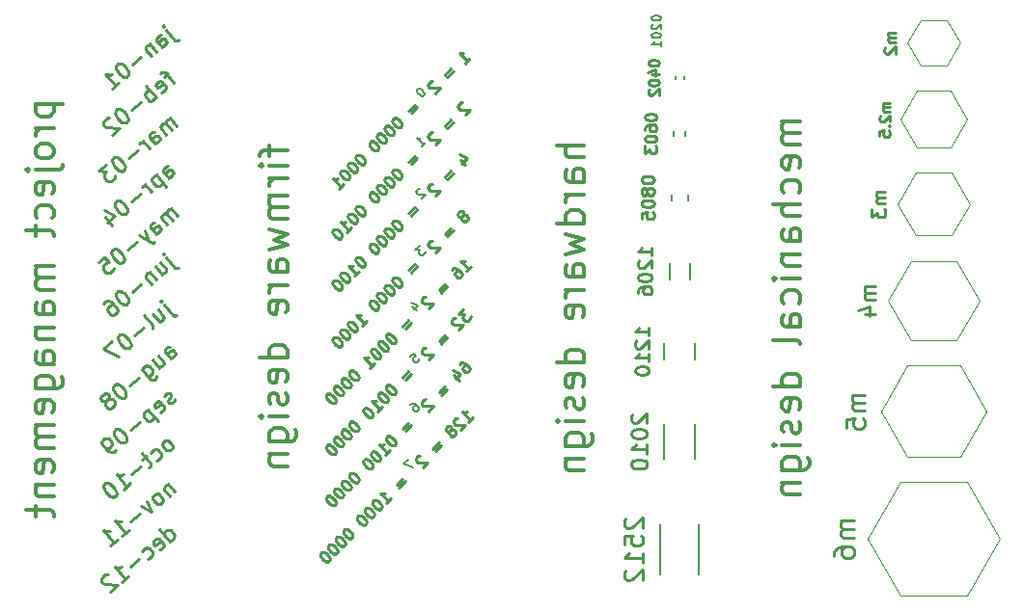
<source format=gbr>
%TF.GenerationSoftware,KiCad,Pcbnew,(6.0.0)*%
%TF.CreationDate,2022-07-14T20:59:07+12:00*%
%TF.ProjectId,BUSINESS_CARD,42555349-4e45-4535-935f-434152442e6b,0A*%
%TF.SameCoordinates,Original*%
%TF.FileFunction,Legend,Bot*%
%TF.FilePolarity,Positive*%
%FSLAX46Y46*%
G04 Gerber Fmt 4.6, Leading zero omitted, Abs format (unit mm)*
G04 Created by KiCad (PCBNEW (6.0.0)) date 2022-07-14 20:59:07*
%MOMM*%
%LPD*%
G01*
G04 APERTURE LIST*
%ADD10C,0.160000*%
%ADD11C,0.250000*%
%ADD12C,0.225000*%
%ADD13C,0.350000*%
%ADD14C,0.200000*%
%ADD15C,0.120000*%
%ADD16C,0.150000*%
G04 APERTURE END LIST*
D10*
X191648781Y-163331658D02*
X191271658Y-163708781D01*
X192079780Y-164032030D01*
X191860470Y-158547969D02*
X191968219Y-158440219D01*
X192049032Y-158413282D01*
X192102906Y-158413282D01*
X192237593Y-158440219D01*
X192372280Y-158521032D01*
X192587780Y-158736531D01*
X192614717Y-158817343D01*
X192614717Y-158871218D01*
X192587780Y-158952030D01*
X192480030Y-159059780D01*
X192399218Y-159086717D01*
X192345343Y-159086717D01*
X192264531Y-159059780D01*
X192129844Y-158925093D01*
X192102906Y-158844280D01*
X192102906Y-158790406D01*
X192129844Y-158709593D01*
X192237593Y-158601844D01*
X192318406Y-158574906D01*
X192372280Y-158574906D01*
X192453093Y-158601844D01*
X191833532Y-154256906D02*
X192102906Y-153987532D01*
X192399218Y-154229969D01*
X192345343Y-154229969D01*
X192264531Y-154256906D01*
X192129844Y-154391593D01*
X192102906Y-154472406D01*
X192102906Y-154526280D01*
X192129844Y-154607093D01*
X192264531Y-154741780D01*
X192345343Y-154768717D01*
X192399218Y-154768717D01*
X192480030Y-154741780D01*
X192614717Y-154607093D01*
X192641654Y-154526280D01*
X192641654Y-154472406D01*
X192049032Y-149846531D02*
X192426155Y-150223654D01*
X191968219Y-149496345D02*
X192506967Y-149765719D01*
X192156781Y-150115905D01*
X192664781Y-144535658D02*
X192314595Y-144885844D01*
X192718656Y-144912781D01*
X192637844Y-144993593D01*
X192610906Y-145074406D01*
X192610906Y-145128280D01*
X192637844Y-145209093D01*
X192772531Y-145343780D01*
X192853343Y-145370717D01*
X192907218Y-145370717D01*
X192988030Y-145343780D01*
X193149654Y-145182155D01*
X193176592Y-145101343D01*
X193176592Y-145047468D01*
X192691719Y-139536470D02*
X192637844Y-139536470D01*
X192557032Y-139563407D01*
X192422345Y-139698094D01*
X192395407Y-139778906D01*
X192395407Y-139832781D01*
X192422345Y-139913593D01*
X192476219Y-139967468D01*
X192583969Y-140021343D01*
X193230467Y-140021343D01*
X192880280Y-140371529D01*
X192880280Y-135799529D02*
X193203529Y-135476280D01*
X193041905Y-135637905D02*
X192476219Y-135072219D01*
X192610906Y-135099157D01*
X192718656Y-135099157D01*
X192799468Y-135072219D01*
X192503157Y-130727282D02*
X192449282Y-130781157D01*
X192422345Y-130861969D01*
X192422345Y-130915844D01*
X192449282Y-130996656D01*
X192530094Y-131131343D01*
X192664781Y-131266030D01*
X192799468Y-131346842D01*
X192880280Y-131373780D01*
X192934155Y-131373780D01*
X193014967Y-131346842D01*
X193068842Y-131292967D01*
X193095780Y-131212155D01*
X193095780Y-131158280D01*
X193068842Y-131077468D01*
X192988030Y-130942781D01*
X192853343Y-130808094D01*
X192718656Y-130727282D01*
X192637844Y-130700345D01*
X192583969Y-130700345D01*
X192503157Y-130727282D01*
D11*
X196404316Y-131955920D02*
X196336972Y-131955920D01*
X196235957Y-131989592D01*
X196067598Y-132157951D01*
X196033926Y-132258966D01*
X196033926Y-132326309D01*
X196067598Y-132427325D01*
X196134942Y-132494668D01*
X196269629Y-132562012D01*
X197077751Y-132562012D01*
X196640018Y-132999744D01*
X195427835Y-133471149D02*
X194889087Y-134009897D01*
X195091117Y-134211927D02*
X195629865Y-133673179D01*
X193777919Y-134582317D02*
X193710575Y-134582317D01*
X193609560Y-134615988D01*
X193441201Y-134784347D01*
X193407530Y-134885362D01*
X193407530Y-134952706D01*
X193441201Y-135053721D01*
X193508545Y-135121065D01*
X193643232Y-135188408D01*
X194451354Y-135188408D01*
X194013621Y-135626141D01*
X192262690Y-136636294D02*
X191723942Y-137175042D01*
X191925973Y-137377072D02*
X192464721Y-136838324D01*
X190377072Y-137848477D02*
X190309729Y-137915820D01*
X190276057Y-138016835D01*
X190276057Y-138084179D01*
X190309729Y-138185194D01*
X190410744Y-138353553D01*
X190579103Y-138521912D01*
X190747461Y-138622927D01*
X190848477Y-138656599D01*
X190915820Y-138656599D01*
X191016835Y-138622927D01*
X191084179Y-138555583D01*
X191117851Y-138454568D01*
X191117851Y-138387225D01*
X191084179Y-138286209D01*
X190983164Y-138117851D01*
X190814805Y-137949492D01*
X190646446Y-137848477D01*
X190545431Y-137814805D01*
X190478087Y-137814805D01*
X190377072Y-137848477D01*
X189703637Y-138521912D02*
X189636294Y-138589255D01*
X189602622Y-138690270D01*
X189602622Y-138757614D01*
X189636294Y-138858629D01*
X189737309Y-139026988D01*
X189905668Y-139195347D01*
X190074026Y-139296362D01*
X190175042Y-139330034D01*
X190242385Y-139330034D01*
X190343400Y-139296362D01*
X190410744Y-139229018D01*
X190444416Y-139128003D01*
X190444416Y-139060660D01*
X190410744Y-138959644D01*
X190309729Y-138791286D01*
X190141370Y-138622927D01*
X189973011Y-138521912D01*
X189871996Y-138488240D01*
X189804652Y-138488240D01*
X189703637Y-138521912D01*
X189030202Y-139195347D02*
X188962859Y-139262690D01*
X188929187Y-139363705D01*
X188929187Y-139431049D01*
X188962859Y-139532064D01*
X189063874Y-139700423D01*
X189232233Y-139868782D01*
X189400591Y-139969797D01*
X189501607Y-140003469D01*
X189568950Y-140003469D01*
X189669965Y-139969797D01*
X189737309Y-139902453D01*
X189770981Y-139801438D01*
X189770981Y-139734095D01*
X189737309Y-139633079D01*
X189636294Y-139464721D01*
X189467935Y-139296362D01*
X189299576Y-139195347D01*
X189198561Y-139161675D01*
X189131217Y-139161675D01*
X189030202Y-139195347D01*
X188356767Y-139868782D02*
X188289424Y-139936125D01*
X188255752Y-140037140D01*
X188255752Y-140104484D01*
X188289424Y-140205499D01*
X188390439Y-140373858D01*
X188558798Y-140542217D01*
X188727156Y-140643232D01*
X188828172Y-140676904D01*
X188895515Y-140676904D01*
X188996530Y-140643232D01*
X189063874Y-140575888D01*
X189097546Y-140474873D01*
X189097546Y-140407530D01*
X189063874Y-140306514D01*
X188962859Y-140138156D01*
X188794500Y-139969797D01*
X188626141Y-139868782D01*
X188525126Y-139835110D01*
X188457782Y-139835110D01*
X188356767Y-139868782D01*
X187144584Y-141080965D02*
X187077240Y-141148308D01*
X187043569Y-141249324D01*
X187043569Y-141316667D01*
X187077240Y-141417682D01*
X187178256Y-141586041D01*
X187346614Y-141754400D01*
X187514973Y-141855415D01*
X187615988Y-141889087D01*
X187683332Y-141889087D01*
X187784347Y-141855415D01*
X187851691Y-141788072D01*
X187885362Y-141687056D01*
X187885362Y-141619713D01*
X187851691Y-141518698D01*
X187750675Y-141350339D01*
X187582317Y-141181980D01*
X187413958Y-141080965D01*
X187312943Y-141047293D01*
X187245599Y-141047293D01*
X187144584Y-141080965D01*
X186471149Y-141754400D02*
X186403805Y-141821743D01*
X186370134Y-141922759D01*
X186370134Y-141990102D01*
X186403805Y-142091117D01*
X186504821Y-142259476D01*
X186673179Y-142427835D01*
X186841538Y-142528850D01*
X186942553Y-142562522D01*
X187009897Y-142562522D01*
X187110912Y-142528850D01*
X187178256Y-142461507D01*
X187211927Y-142360491D01*
X187211927Y-142293148D01*
X187178256Y-142192133D01*
X187077240Y-142023774D01*
X186908882Y-141855415D01*
X186740523Y-141754400D01*
X186639508Y-141720728D01*
X186572164Y-141720728D01*
X186471149Y-141754400D01*
X186269118Y-143370644D02*
X186673179Y-142966583D01*
X186471149Y-143168613D02*
X185764042Y-142461507D01*
X185932401Y-142495178D01*
X186067088Y-142495178D01*
X186168103Y-142461507D01*
X185124279Y-143101270D02*
X185056935Y-143168613D01*
X185023264Y-143269629D01*
X185023264Y-143336972D01*
X185056935Y-143437987D01*
X185157951Y-143606346D01*
X185326309Y-143774705D01*
X185494668Y-143875720D01*
X185595683Y-143909392D01*
X185663027Y-143909392D01*
X185764042Y-143875720D01*
X185831386Y-143808377D01*
X185865057Y-143707361D01*
X185865057Y-143640018D01*
X185831386Y-143539003D01*
X185730370Y-143370644D01*
X185562012Y-143202285D01*
X185393653Y-143101270D01*
X185292638Y-143067598D01*
X185225294Y-143067598D01*
X185124279Y-143101270D01*
X230814285Y-168657428D02*
X229614285Y-168657428D01*
X229785714Y-168657428D02*
X229700000Y-168743142D01*
X229614285Y-168914571D01*
X229614285Y-169171714D01*
X229700000Y-169343142D01*
X229871428Y-169428857D01*
X230814285Y-169428857D01*
X229871428Y-169428857D02*
X229700000Y-169514571D01*
X229614285Y-169686000D01*
X229614285Y-169943142D01*
X229700000Y-170114571D01*
X229871428Y-170200285D01*
X230814285Y-170200285D01*
X229014285Y-171828857D02*
X229014285Y-171486000D01*
X229100000Y-171314571D01*
X229185714Y-171228857D01*
X229442857Y-171057428D01*
X229785714Y-170971714D01*
X230471428Y-170971714D01*
X230642857Y-171057428D01*
X230728571Y-171143142D01*
X230814285Y-171314571D01*
X230814285Y-171657428D01*
X230728571Y-171828857D01*
X230642857Y-171914571D01*
X230471428Y-172000285D01*
X230042857Y-172000285D01*
X229871428Y-171914571D01*
X229785714Y-171828857D01*
X229700000Y-171657428D01*
X229700000Y-171314571D01*
X229785714Y-171143142D01*
X229871428Y-171057428D01*
X230042857Y-170971714D01*
X196913453Y-160026309D02*
X197317514Y-159622248D01*
X197115483Y-159824279D02*
X196408377Y-159117172D01*
X196576735Y-159150844D01*
X196711422Y-159150844D01*
X196812438Y-159117172D01*
X196004316Y-159655920D02*
X195936972Y-159655920D01*
X195835957Y-159689592D01*
X195667598Y-159857951D01*
X195633926Y-159958966D01*
X195633926Y-160026309D01*
X195667598Y-160127325D01*
X195734942Y-160194668D01*
X195869629Y-160262012D01*
X196677751Y-160262012D01*
X196240018Y-160699744D01*
X195431896Y-160699744D02*
X195465568Y-160598729D01*
X195465568Y-160531386D01*
X195431896Y-160430370D01*
X195398224Y-160396699D01*
X195297209Y-160363027D01*
X195229865Y-160363027D01*
X195128850Y-160396699D01*
X194994163Y-160531386D01*
X194960491Y-160632401D01*
X194960491Y-160699744D01*
X194994163Y-160800760D01*
X195027835Y-160834431D01*
X195128850Y-160868103D01*
X195196194Y-160868103D01*
X195297209Y-160834431D01*
X195431896Y-160699744D01*
X195532911Y-160666073D01*
X195600255Y-160666073D01*
X195701270Y-160699744D01*
X195835957Y-160834431D01*
X195869629Y-160935447D01*
X195869629Y-161002790D01*
X195835957Y-161103805D01*
X195701270Y-161238492D01*
X195600255Y-161272164D01*
X195532911Y-161272164D01*
X195431896Y-161238492D01*
X195297209Y-161103805D01*
X195263537Y-161002790D01*
X195263537Y-160935447D01*
X195297209Y-160834431D01*
X194354400Y-161844584D02*
X193815652Y-162383332D01*
X194017682Y-162585362D02*
X194556430Y-162046614D01*
X192704484Y-162955752D02*
X192637140Y-162955752D01*
X192536125Y-162989424D01*
X192367766Y-163157782D01*
X192334095Y-163258798D01*
X192334095Y-163326141D01*
X192367766Y-163427156D01*
X192435110Y-163494500D01*
X192569797Y-163561843D01*
X193377919Y-163561843D01*
X192940186Y-163999576D01*
X191189255Y-165009729D02*
X190650507Y-165548477D01*
X190852538Y-165750507D02*
X191391286Y-165211759D01*
X189775042Y-167164721D02*
X190179103Y-166760660D01*
X189977072Y-166962690D02*
X189269965Y-166255583D01*
X189438324Y-166289255D01*
X189573011Y-166289255D01*
X189674026Y-166255583D01*
X188630202Y-166895347D02*
X188562859Y-166962690D01*
X188529187Y-167063705D01*
X188529187Y-167131049D01*
X188562859Y-167232064D01*
X188663874Y-167400423D01*
X188832233Y-167568782D01*
X189000591Y-167669797D01*
X189101607Y-167703469D01*
X189168950Y-167703469D01*
X189269965Y-167669797D01*
X189337309Y-167602453D01*
X189370981Y-167501438D01*
X189370981Y-167434095D01*
X189337309Y-167333079D01*
X189236294Y-167164721D01*
X189067935Y-166996362D01*
X188899576Y-166895347D01*
X188798561Y-166861675D01*
X188731217Y-166861675D01*
X188630202Y-166895347D01*
X187956767Y-167568782D02*
X187889424Y-167636125D01*
X187855752Y-167737140D01*
X187855752Y-167804484D01*
X187889424Y-167905499D01*
X187990439Y-168073858D01*
X188158798Y-168242217D01*
X188327156Y-168343232D01*
X188428172Y-168376904D01*
X188495515Y-168376904D01*
X188596530Y-168343232D01*
X188663874Y-168275888D01*
X188697546Y-168174873D01*
X188697546Y-168107530D01*
X188663874Y-168006514D01*
X188562859Y-167838156D01*
X188394500Y-167669797D01*
X188226141Y-167568782D01*
X188125126Y-167535110D01*
X188057782Y-167535110D01*
X187956767Y-167568782D01*
X187283332Y-168242217D02*
X187215988Y-168309560D01*
X187182317Y-168410575D01*
X187182317Y-168477919D01*
X187215988Y-168578934D01*
X187317004Y-168747293D01*
X187485362Y-168915652D01*
X187653721Y-169016667D01*
X187754736Y-169050339D01*
X187822080Y-169050339D01*
X187923095Y-169016667D01*
X187990439Y-168949324D01*
X188024111Y-168848308D01*
X188024111Y-168780965D01*
X187990439Y-168679950D01*
X187889424Y-168511591D01*
X187721065Y-168343232D01*
X187552706Y-168242217D01*
X187451691Y-168208545D01*
X187384347Y-168208545D01*
X187283332Y-168242217D01*
X186071149Y-169454400D02*
X186003805Y-169521743D01*
X185970134Y-169622759D01*
X185970134Y-169690102D01*
X186003805Y-169791117D01*
X186104821Y-169959476D01*
X186273179Y-170127835D01*
X186441538Y-170228850D01*
X186542553Y-170262522D01*
X186609897Y-170262522D01*
X186710912Y-170228850D01*
X186778256Y-170161507D01*
X186811927Y-170060491D01*
X186811927Y-169993148D01*
X186778256Y-169892133D01*
X186677240Y-169723774D01*
X186508882Y-169555415D01*
X186340523Y-169454400D01*
X186239508Y-169420728D01*
X186172164Y-169420728D01*
X186071149Y-169454400D01*
X185397714Y-170127835D02*
X185330370Y-170195178D01*
X185296699Y-170296194D01*
X185296699Y-170363537D01*
X185330370Y-170464552D01*
X185431386Y-170632911D01*
X185599744Y-170801270D01*
X185768103Y-170902285D01*
X185869118Y-170935957D01*
X185936462Y-170935957D01*
X186037477Y-170902285D01*
X186104821Y-170834942D01*
X186138492Y-170733926D01*
X186138492Y-170666583D01*
X186104821Y-170565568D01*
X186003805Y-170397209D01*
X185835447Y-170228850D01*
X185667088Y-170127835D01*
X185566073Y-170094163D01*
X185498729Y-170094163D01*
X185397714Y-170127835D01*
X184724279Y-170801270D02*
X184656935Y-170868613D01*
X184623264Y-170969629D01*
X184623264Y-171036972D01*
X184656935Y-171137987D01*
X184757951Y-171306346D01*
X184926309Y-171474705D01*
X185094668Y-171575720D01*
X185195683Y-171609392D01*
X185263027Y-171609392D01*
X185364042Y-171575720D01*
X185431386Y-171508377D01*
X185465057Y-171407361D01*
X185465057Y-171340018D01*
X185431386Y-171239003D01*
X185330370Y-171070644D01*
X185162012Y-170902285D01*
X184993653Y-170801270D01*
X184892638Y-170767598D01*
X184825294Y-170767598D01*
X184724279Y-170801270D01*
X184050844Y-171474705D02*
X183983500Y-171542048D01*
X183949829Y-171643064D01*
X183949829Y-171710407D01*
X183983500Y-171811422D01*
X184084516Y-171979781D01*
X184252874Y-172148140D01*
X184421233Y-172249155D01*
X184522248Y-172282827D01*
X184589592Y-172282827D01*
X184690607Y-172249155D01*
X184757951Y-172181812D01*
X184791622Y-172080796D01*
X184791622Y-172013453D01*
X184757951Y-171912438D01*
X184656935Y-171744079D01*
X184488577Y-171575720D01*
X184320218Y-171474705D01*
X184219203Y-171441033D01*
X184151859Y-171441033D01*
X184050844Y-171474705D01*
X232633333Y-148090333D02*
X231700000Y-148090333D01*
X231833333Y-148090333D02*
X231766666Y-148157000D01*
X231700000Y-148290333D01*
X231700000Y-148490333D01*
X231766666Y-148623666D01*
X231900000Y-148690333D01*
X232633333Y-148690333D01*
X231900000Y-148690333D02*
X231766666Y-148757000D01*
X231700000Y-148890333D01*
X231700000Y-149090333D01*
X231766666Y-149223666D01*
X231900000Y-149290333D01*
X232633333Y-149290333D01*
X231700000Y-150557000D02*
X232633333Y-150557000D01*
X231166666Y-150223666D02*
X232166666Y-149890333D01*
X232166666Y-150757000D01*
D12*
X233907142Y-131971857D02*
X233307142Y-131971857D01*
X233392857Y-131971857D02*
X233350000Y-132014714D01*
X233307142Y-132100428D01*
X233307142Y-132229000D01*
X233350000Y-132314714D01*
X233435714Y-132357571D01*
X233907142Y-132357571D01*
X233435714Y-132357571D02*
X233350000Y-132400428D01*
X233307142Y-132486142D01*
X233307142Y-132614714D01*
X233350000Y-132700428D01*
X233435714Y-132743285D01*
X233907142Y-132743285D01*
X233092857Y-133129000D02*
X233050000Y-133171857D01*
X233007142Y-133257571D01*
X233007142Y-133471857D01*
X233050000Y-133557571D01*
X233092857Y-133600428D01*
X233178571Y-133643285D01*
X233264285Y-133643285D01*
X233392857Y-133600428D01*
X233907142Y-133086142D01*
X233907142Y-133643285D01*
X233821428Y-134029000D02*
X233864285Y-134071857D01*
X233907142Y-134029000D01*
X233864285Y-133986142D01*
X233821428Y-134029000D01*
X233907142Y-134029000D01*
X233007142Y-134886142D02*
X233007142Y-134457571D01*
X233435714Y-134414714D01*
X233392857Y-134457571D01*
X233350000Y-134543285D01*
X233350000Y-134757571D01*
X233392857Y-134843285D01*
X233435714Y-134886142D01*
X233521428Y-134929000D01*
X233735714Y-134929000D01*
X233821428Y-134886142D01*
X233864285Y-134843285D01*
X233907142Y-134757571D01*
X233907142Y-134543285D01*
X233864285Y-134457571D01*
X233821428Y-134414714D01*
D11*
X196776735Y-146763027D02*
X197180796Y-146358966D01*
X196978766Y-146560996D02*
X196271659Y-145853890D01*
X196440018Y-145887561D01*
X196574705Y-145887561D01*
X196675720Y-145853890D01*
X195463537Y-146662012D02*
X195598224Y-146527325D01*
X195699239Y-146493653D01*
X195766583Y-146493653D01*
X195934942Y-146527325D01*
X196103300Y-146628340D01*
X196372674Y-146897714D01*
X196406346Y-146998729D01*
X196406346Y-147066073D01*
X196372674Y-147167088D01*
X196237987Y-147301775D01*
X196136972Y-147335447D01*
X196069629Y-147335447D01*
X195968613Y-147301775D01*
X195800255Y-147133416D01*
X195766583Y-147032401D01*
X195766583Y-146965057D01*
X195800255Y-146864042D01*
X195934942Y-146729355D01*
X196035957Y-146695683D01*
X196103300Y-146695683D01*
X196204316Y-146729355D01*
X194891117Y-147907866D02*
X194352369Y-148446614D01*
X194554400Y-148648645D02*
X195093148Y-148109897D01*
X193241201Y-149019034D02*
X193173858Y-149019034D01*
X193072843Y-149052706D01*
X192904484Y-149221065D01*
X192870812Y-149322080D01*
X192870812Y-149389424D01*
X192904484Y-149490439D01*
X192971827Y-149557782D01*
X193106514Y-149625126D01*
X193914637Y-149625126D01*
X193476904Y-150062859D01*
X191725973Y-151073011D02*
X191187225Y-151611759D01*
X191389255Y-151813790D02*
X191928003Y-151275042D01*
X189840355Y-152285194D02*
X189773011Y-152352538D01*
X189739339Y-152453553D01*
X189739339Y-152520896D01*
X189773011Y-152621912D01*
X189874026Y-152790270D01*
X190042385Y-152958629D01*
X190210744Y-153059644D01*
X190311759Y-153093316D01*
X190379103Y-153093316D01*
X190480118Y-153059644D01*
X190547461Y-152992301D01*
X190581133Y-152891286D01*
X190581133Y-152823942D01*
X190547461Y-152722927D01*
X190446446Y-152554568D01*
X190278087Y-152386209D01*
X190109729Y-152285194D01*
X190008713Y-152251522D01*
X189941370Y-152251522D01*
X189840355Y-152285194D01*
X189166920Y-152958629D02*
X189099576Y-153025973D01*
X189065904Y-153126988D01*
X189065904Y-153194331D01*
X189099576Y-153295347D01*
X189200591Y-153463705D01*
X189368950Y-153632064D01*
X189537309Y-153733079D01*
X189638324Y-153766751D01*
X189705668Y-153766751D01*
X189806683Y-153733079D01*
X189874026Y-153665736D01*
X189907698Y-153564721D01*
X189907698Y-153497377D01*
X189874026Y-153396362D01*
X189773011Y-153228003D01*
X189604652Y-153059644D01*
X189436294Y-152958629D01*
X189335278Y-152924957D01*
X189267935Y-152924957D01*
X189166920Y-152958629D01*
X188493485Y-153632064D02*
X188426141Y-153699408D01*
X188392469Y-153800423D01*
X188392469Y-153867766D01*
X188426141Y-153968782D01*
X188527156Y-154137140D01*
X188695515Y-154305499D01*
X188863874Y-154406514D01*
X188964889Y-154440186D01*
X189032233Y-154440186D01*
X189133248Y-154406514D01*
X189200591Y-154339171D01*
X189234263Y-154238156D01*
X189234263Y-154170812D01*
X189200591Y-154069797D01*
X189099576Y-153901438D01*
X188931217Y-153733079D01*
X188762859Y-153632064D01*
X188661843Y-153598392D01*
X188594500Y-153598392D01*
X188493485Y-153632064D01*
X188291454Y-155248308D02*
X188695515Y-154844247D01*
X188493485Y-155046278D02*
X187786378Y-154339171D01*
X187954736Y-154372843D01*
X188089424Y-154372843D01*
X188190439Y-154339171D01*
X186607866Y-155517682D02*
X186540523Y-155585026D01*
X186506851Y-155686041D01*
X186506851Y-155753385D01*
X186540523Y-155854400D01*
X186641538Y-156022759D01*
X186809897Y-156191117D01*
X186978256Y-156292133D01*
X187079271Y-156325804D01*
X187146614Y-156325804D01*
X187247630Y-156292133D01*
X187314973Y-156224789D01*
X187348645Y-156123774D01*
X187348645Y-156056430D01*
X187314973Y-155955415D01*
X187213958Y-155787056D01*
X187045599Y-155618698D01*
X186877240Y-155517682D01*
X186776225Y-155484011D01*
X186708882Y-155484011D01*
X186607866Y-155517682D01*
X185934431Y-156191117D02*
X185867088Y-156258461D01*
X185833416Y-156359476D01*
X185833416Y-156426820D01*
X185867088Y-156527835D01*
X185968103Y-156696194D01*
X186136462Y-156864552D01*
X186304821Y-156965568D01*
X186405836Y-156999239D01*
X186473179Y-156999239D01*
X186574195Y-156965568D01*
X186641538Y-156898224D01*
X186675210Y-156797209D01*
X186675210Y-156729865D01*
X186641538Y-156628850D01*
X186540523Y-156460491D01*
X186372164Y-156292133D01*
X186203805Y-156191117D01*
X186102790Y-156157446D01*
X186035447Y-156157446D01*
X185934431Y-156191117D01*
X185260996Y-156864552D02*
X185193653Y-156931896D01*
X185159981Y-157032911D01*
X185159981Y-157100255D01*
X185193653Y-157201270D01*
X185294668Y-157369629D01*
X185463027Y-157537987D01*
X185631386Y-157639003D01*
X185732401Y-157672674D01*
X185799744Y-157672674D01*
X185900760Y-157639003D01*
X185968103Y-157571659D01*
X186001775Y-157470644D01*
X186001775Y-157403300D01*
X185968103Y-157302285D01*
X185867088Y-157133926D01*
X185698729Y-156965568D01*
X185530370Y-156864552D01*
X185429355Y-156830881D01*
X185362012Y-156830881D01*
X185260996Y-156864552D01*
X184587561Y-157537987D02*
X184520218Y-157605331D01*
X184486546Y-157706346D01*
X184486546Y-157773690D01*
X184520218Y-157874705D01*
X184621233Y-158043064D01*
X184789592Y-158211422D01*
X184957951Y-158312438D01*
X185058966Y-158346109D01*
X185126309Y-158346109D01*
X185227325Y-158312438D01*
X185294668Y-158245094D01*
X185328340Y-158144079D01*
X185328340Y-158076735D01*
X185294668Y-157975720D01*
X185193653Y-157807361D01*
X185025294Y-157639003D01*
X184856935Y-157537987D01*
X184755920Y-157504316D01*
X184688577Y-157504316D01*
X184587561Y-157537987D01*
X212147619Y-138686190D02*
X212147619Y-138790952D01*
X212200000Y-138895714D01*
X212252380Y-138948095D01*
X212357142Y-139000476D01*
X212566666Y-139052857D01*
X212828571Y-139052857D01*
X213038095Y-139000476D01*
X213142857Y-138948095D01*
X213195238Y-138895714D01*
X213247619Y-138790952D01*
X213247619Y-138686190D01*
X213195238Y-138581428D01*
X213142857Y-138529047D01*
X213038095Y-138476666D01*
X212828571Y-138424285D01*
X212566666Y-138424285D01*
X212357142Y-138476666D01*
X212252380Y-138529047D01*
X212200000Y-138581428D01*
X212147619Y-138686190D01*
X212619047Y-139681428D02*
X212566666Y-139576666D01*
X212514285Y-139524285D01*
X212409523Y-139471904D01*
X212357142Y-139471904D01*
X212252380Y-139524285D01*
X212200000Y-139576666D01*
X212147619Y-139681428D01*
X212147619Y-139890952D01*
X212200000Y-139995714D01*
X212252380Y-140048095D01*
X212357142Y-140100476D01*
X212409523Y-140100476D01*
X212514285Y-140048095D01*
X212566666Y-139995714D01*
X212619047Y-139890952D01*
X212619047Y-139681428D01*
X212671428Y-139576666D01*
X212723809Y-139524285D01*
X212828571Y-139471904D01*
X213038095Y-139471904D01*
X213142857Y-139524285D01*
X213195238Y-139576666D01*
X213247619Y-139681428D01*
X213247619Y-139890952D01*
X213195238Y-139995714D01*
X213142857Y-140048095D01*
X213038095Y-140100476D01*
X212828571Y-140100476D01*
X212723809Y-140048095D01*
X212671428Y-139995714D01*
X212619047Y-139890952D01*
X212147619Y-140781428D02*
X212147619Y-140886190D01*
X212200000Y-140990952D01*
X212252380Y-141043333D01*
X212357142Y-141095714D01*
X212566666Y-141148095D01*
X212828571Y-141148095D01*
X213038095Y-141095714D01*
X213142857Y-141043333D01*
X213195238Y-140990952D01*
X213247619Y-140886190D01*
X213247619Y-140781428D01*
X213195238Y-140676666D01*
X213142857Y-140624285D01*
X213038095Y-140571904D01*
X212828571Y-140519523D01*
X212566666Y-140519523D01*
X212357142Y-140571904D01*
X212252380Y-140624285D01*
X212200000Y-140676666D01*
X212147619Y-140781428D01*
X212147619Y-142143333D02*
X212147619Y-141619523D01*
X212671428Y-141567142D01*
X212619047Y-141619523D01*
X212566666Y-141724285D01*
X212566666Y-141986190D01*
X212619047Y-142090952D01*
X212671428Y-142143333D01*
X212776190Y-142195714D01*
X213038095Y-142195714D01*
X213142857Y-142143333D01*
X213195238Y-142090952D01*
X213247619Y-141986190D01*
X213247619Y-141724285D01*
X213195238Y-141619523D01*
X213142857Y-141567142D01*
X170832906Y-154449667D02*
X170361528Y-153887901D01*
X170326893Y-153742909D01*
X170386180Y-153606135D01*
X170590458Y-153434725D01*
X170735450Y-153400089D01*
X170790053Y-154398597D02*
X170935045Y-154363962D01*
X171190393Y-154149699D01*
X171249680Y-154012925D01*
X171215044Y-153867933D01*
X171129339Y-153765794D01*
X170992565Y-153706507D01*
X170847573Y-153741142D01*
X170592225Y-153955405D01*
X170447233Y-153990040D01*
X169262648Y-154548890D02*
X169862583Y-155263865D01*
X169722274Y-154163217D02*
X170193652Y-154724983D01*
X170228287Y-154869975D01*
X170169001Y-155006749D01*
X170015792Y-155135307D01*
X169870800Y-155169942D01*
X169776878Y-155161725D01*
X168292325Y-155363087D02*
X169020817Y-156231271D01*
X169157592Y-156290558D01*
X169251514Y-156298775D01*
X169396506Y-156264140D01*
X169549715Y-156135582D01*
X169609002Y-155998807D01*
X168849407Y-156026993D02*
X168994399Y-155992357D01*
X169198678Y-155820947D01*
X169257964Y-155684172D01*
X169266181Y-155590250D01*
X169231546Y-155445259D01*
X168974431Y-155138841D01*
X168837656Y-155079554D01*
X168743734Y-155071337D01*
X168598742Y-155105972D01*
X168394464Y-155277382D01*
X168335177Y-155414157D01*
X168038743Y-156098030D02*
X167221629Y-156783670D01*
X165949572Y-156719700D02*
X165847433Y-156805405D01*
X165788146Y-156942180D01*
X165779929Y-157036102D01*
X165814564Y-157181094D01*
X165934905Y-157428225D01*
X166149167Y-157683573D01*
X166371647Y-157844999D01*
X166508421Y-157904286D01*
X166602344Y-157912503D01*
X166747335Y-157877867D01*
X166849475Y-157792162D01*
X166908761Y-157655388D01*
X166916978Y-157561466D01*
X166882343Y-157416474D01*
X166762003Y-157169343D01*
X166547740Y-156913995D01*
X166325261Y-156752569D01*
X166188486Y-156693282D01*
X166094564Y-156685065D01*
X165949572Y-156719700D01*
X165364922Y-157993525D02*
X165424208Y-157856750D01*
X165432425Y-157762828D01*
X165397790Y-157617836D01*
X165354938Y-157566766D01*
X165218163Y-157507480D01*
X165124241Y-157499262D01*
X164979249Y-157533898D01*
X164774970Y-157705308D01*
X164715684Y-157842083D01*
X164707467Y-157936005D01*
X164742102Y-158080996D01*
X164784955Y-158132066D01*
X164921729Y-158191353D01*
X165015651Y-158199570D01*
X165160643Y-158164935D01*
X165364922Y-157993525D01*
X165509913Y-157958889D01*
X165603835Y-157967106D01*
X165740610Y-158026393D01*
X165912020Y-158230672D01*
X165946656Y-158375663D01*
X165938438Y-158469585D01*
X165879152Y-158606360D01*
X165674873Y-158777770D01*
X165529881Y-158812406D01*
X165435959Y-158804188D01*
X165299185Y-158744902D01*
X165127775Y-158540623D01*
X165093139Y-158395631D01*
X165101356Y-158301709D01*
X165160643Y-158164935D01*
X210776190Y-168459142D02*
X210700000Y-168535333D01*
X210623809Y-168687714D01*
X210623809Y-169068666D01*
X210700000Y-169221047D01*
X210776190Y-169297238D01*
X210928571Y-169373428D01*
X211080952Y-169373428D01*
X211309523Y-169297238D01*
X212223809Y-168382952D01*
X212223809Y-169373428D01*
X210623809Y-170821047D02*
X210623809Y-170059142D01*
X211385714Y-169982952D01*
X211309523Y-170059142D01*
X211233333Y-170211523D01*
X211233333Y-170592476D01*
X211309523Y-170744857D01*
X211385714Y-170821047D01*
X211538095Y-170897238D01*
X211919047Y-170897238D01*
X212071428Y-170821047D01*
X212147619Y-170744857D01*
X212223809Y-170592476D01*
X212223809Y-170211523D01*
X212147619Y-170059142D01*
X212071428Y-169982952D01*
X212223809Y-172421047D02*
X212223809Y-171506761D01*
X212223809Y-171963904D02*
X210623809Y-171963904D01*
X210852380Y-171811523D01*
X211004761Y-171659142D01*
X211080952Y-171506761D01*
X210776190Y-173030571D02*
X210700000Y-173106761D01*
X210623809Y-173259142D01*
X210623809Y-173640095D01*
X210700000Y-173792476D01*
X210776190Y-173868666D01*
X210928571Y-173944857D01*
X211080952Y-173944857D01*
X211309523Y-173868666D01*
X212223809Y-172954380D01*
X212223809Y-173944857D01*
D13*
X226085714Y-133600000D02*
X224485714Y-133600000D01*
X224714285Y-133600000D02*
X224600000Y-133714285D01*
X224485714Y-133942857D01*
X224485714Y-134285714D01*
X224600000Y-134514285D01*
X224828571Y-134628571D01*
X226085714Y-134628571D01*
X224828571Y-134628571D02*
X224600000Y-134742857D01*
X224485714Y-134971428D01*
X224485714Y-135314285D01*
X224600000Y-135542857D01*
X224828571Y-135657142D01*
X226085714Y-135657142D01*
X225971428Y-137714285D02*
X226085714Y-137485714D01*
X226085714Y-137028571D01*
X225971428Y-136800000D01*
X225742857Y-136685714D01*
X224828571Y-136685714D01*
X224600000Y-136800000D01*
X224485714Y-137028571D01*
X224485714Y-137485714D01*
X224600000Y-137714285D01*
X224828571Y-137828571D01*
X225057142Y-137828571D01*
X225285714Y-136685714D01*
X225971428Y-139885714D02*
X226085714Y-139657142D01*
X226085714Y-139200000D01*
X225971428Y-138971428D01*
X225857142Y-138857142D01*
X225628571Y-138742857D01*
X224942857Y-138742857D01*
X224714285Y-138857142D01*
X224600000Y-138971428D01*
X224485714Y-139200000D01*
X224485714Y-139657142D01*
X224600000Y-139885714D01*
X226085714Y-140914285D02*
X223685714Y-140914285D01*
X226085714Y-141942857D02*
X224828571Y-141942857D01*
X224600000Y-141828571D01*
X224485714Y-141600000D01*
X224485714Y-141257142D01*
X224600000Y-141028571D01*
X224714285Y-140914285D01*
X226085714Y-144114285D02*
X224828571Y-144114285D01*
X224600000Y-144000000D01*
X224485714Y-143771428D01*
X224485714Y-143314285D01*
X224600000Y-143085714D01*
X225971428Y-144114285D02*
X226085714Y-143885714D01*
X226085714Y-143314285D01*
X225971428Y-143085714D01*
X225742857Y-142971428D01*
X225514285Y-142971428D01*
X225285714Y-143085714D01*
X225171428Y-143314285D01*
X225171428Y-143885714D01*
X225057142Y-144114285D01*
X224485714Y-145257142D02*
X226085714Y-145257142D01*
X224714285Y-145257142D02*
X224600000Y-145371428D01*
X224485714Y-145600000D01*
X224485714Y-145942857D01*
X224600000Y-146171428D01*
X224828571Y-146285714D01*
X226085714Y-146285714D01*
X226085714Y-147428571D02*
X224485714Y-147428571D01*
X223685714Y-147428571D02*
X223800000Y-147314285D01*
X223914285Y-147428571D01*
X223800000Y-147542857D01*
X223685714Y-147428571D01*
X223914285Y-147428571D01*
X225971428Y-149600000D02*
X226085714Y-149371428D01*
X226085714Y-148914285D01*
X225971428Y-148685714D01*
X225857142Y-148571428D01*
X225628571Y-148457142D01*
X224942857Y-148457142D01*
X224714285Y-148571428D01*
X224600000Y-148685714D01*
X224485714Y-148914285D01*
X224485714Y-149371428D01*
X224600000Y-149600000D01*
X226085714Y-151657142D02*
X224828571Y-151657142D01*
X224600000Y-151542857D01*
X224485714Y-151314285D01*
X224485714Y-150857142D01*
X224600000Y-150628571D01*
X225971428Y-151657142D02*
X226085714Y-151428571D01*
X226085714Y-150857142D01*
X225971428Y-150628571D01*
X225742857Y-150514285D01*
X225514285Y-150514285D01*
X225285714Y-150628571D01*
X225171428Y-150857142D01*
X225171428Y-151428571D01*
X225057142Y-151657142D01*
X226085714Y-153142857D02*
X225971428Y-152914285D01*
X225742857Y-152800000D01*
X223685714Y-152800000D01*
X226085714Y-156914285D02*
X223685714Y-156914285D01*
X225971428Y-156914285D02*
X226085714Y-156685714D01*
X226085714Y-156228571D01*
X225971428Y-156000000D01*
X225857142Y-155885714D01*
X225628571Y-155771428D01*
X224942857Y-155771428D01*
X224714285Y-155885714D01*
X224600000Y-156000000D01*
X224485714Y-156228571D01*
X224485714Y-156685714D01*
X224600000Y-156914285D01*
X225971428Y-158971428D02*
X226085714Y-158742857D01*
X226085714Y-158285714D01*
X225971428Y-158057142D01*
X225742857Y-157942857D01*
X224828571Y-157942857D01*
X224600000Y-158057142D01*
X224485714Y-158285714D01*
X224485714Y-158742857D01*
X224600000Y-158971428D01*
X224828571Y-159085714D01*
X225057142Y-159085714D01*
X225285714Y-157942857D01*
X225971428Y-160000000D02*
X226085714Y-160228571D01*
X226085714Y-160685714D01*
X225971428Y-160914285D01*
X225742857Y-161028571D01*
X225628571Y-161028571D01*
X225400000Y-160914285D01*
X225285714Y-160685714D01*
X225285714Y-160342857D01*
X225171428Y-160114285D01*
X224942857Y-160000000D01*
X224828571Y-160000000D01*
X224600000Y-160114285D01*
X224485714Y-160342857D01*
X224485714Y-160685714D01*
X224600000Y-160914285D01*
X226085714Y-162057142D02*
X224485714Y-162057142D01*
X223685714Y-162057142D02*
X223800000Y-161942857D01*
X223914285Y-162057142D01*
X223800000Y-162171428D01*
X223685714Y-162057142D01*
X223914285Y-162057142D01*
X224485714Y-164228571D02*
X226428571Y-164228571D01*
X226657142Y-164114285D01*
X226771428Y-164000000D01*
X226885714Y-163771428D01*
X226885714Y-163428571D01*
X226771428Y-163200000D01*
X225971428Y-164228571D02*
X226085714Y-164000000D01*
X226085714Y-163542857D01*
X225971428Y-163314285D01*
X225857142Y-163200000D01*
X225628571Y-163085714D01*
X224942857Y-163085714D01*
X224714285Y-163200000D01*
X224600000Y-163314285D01*
X224485714Y-163542857D01*
X224485714Y-164000000D01*
X224600000Y-164228571D01*
X224485714Y-165371428D02*
X226085714Y-165371428D01*
X224714285Y-165371428D02*
X224600000Y-165485714D01*
X224485714Y-165714285D01*
X224485714Y-166057142D01*
X224600000Y-166285714D01*
X224828571Y-166400000D01*
X226085714Y-166400000D01*
D11*
X170462784Y-125541856D02*
X171234129Y-126461109D01*
X171370904Y-126520396D01*
X171515895Y-126485760D01*
X171566965Y-126442908D01*
X170162816Y-125184368D02*
X170256739Y-125192586D01*
X170248521Y-125286508D01*
X170154599Y-125278291D01*
X170162816Y-125184368D01*
X170248521Y-125286508D01*
X170092396Y-127071028D02*
X169621019Y-126509262D01*
X169586383Y-126364271D01*
X169645670Y-126227496D01*
X169849948Y-126056086D01*
X169994940Y-126021450D01*
X170049544Y-127019959D02*
X170194535Y-126985323D01*
X170449884Y-126771061D01*
X170509170Y-126634286D01*
X170474535Y-126489294D01*
X170388830Y-126387155D01*
X170252055Y-126327868D01*
X170107063Y-126362504D01*
X169851715Y-126576766D01*
X169706724Y-126611402D01*
X168981765Y-126784578D02*
X169581700Y-127499553D01*
X169067470Y-126886718D02*
X168973548Y-126878501D01*
X168828556Y-126913136D01*
X168675347Y-127041694D01*
X168616060Y-127178468D01*
X168650696Y-127323460D01*
X169122073Y-127885226D01*
X168268557Y-127905194D02*
X167451443Y-128590834D01*
X166179385Y-128526864D02*
X166077246Y-128612569D01*
X166017959Y-128749344D01*
X166009742Y-128843266D01*
X166044378Y-128988258D01*
X166164718Y-129235389D01*
X166378980Y-129490737D01*
X166601460Y-129652163D01*
X166738235Y-129711449D01*
X166832157Y-129719667D01*
X166977149Y-129685031D01*
X167079288Y-129599326D01*
X167138575Y-129462552D01*
X167146792Y-129368629D01*
X167112156Y-129223638D01*
X166991816Y-128976507D01*
X166777554Y-128721158D01*
X166555074Y-128559732D01*
X166418299Y-128500446D01*
X166324377Y-128492229D01*
X166179385Y-128526864D01*
X165700408Y-130756344D02*
X166313244Y-130242114D01*
X166006826Y-130499229D02*
X165106923Y-129426767D01*
X165337620Y-129494270D01*
X165525464Y-129510705D01*
X165670456Y-129476069D01*
D13*
X158985714Y-132057142D02*
X161385714Y-132057142D01*
X159100000Y-132057142D02*
X158985714Y-132285714D01*
X158985714Y-132742857D01*
X159100000Y-132971428D01*
X159214285Y-133085714D01*
X159442857Y-133200000D01*
X160128571Y-133200000D01*
X160357142Y-133085714D01*
X160471428Y-132971428D01*
X160585714Y-132742857D01*
X160585714Y-132285714D01*
X160471428Y-132057142D01*
X160585714Y-134228571D02*
X158985714Y-134228571D01*
X159442857Y-134228571D02*
X159214285Y-134342857D01*
X159100000Y-134457142D01*
X158985714Y-134685714D01*
X158985714Y-134914285D01*
X160585714Y-136057142D02*
X160471428Y-135828571D01*
X160357142Y-135714285D01*
X160128571Y-135600000D01*
X159442857Y-135600000D01*
X159214285Y-135714285D01*
X159100000Y-135828571D01*
X158985714Y-136057142D01*
X158985714Y-136400000D01*
X159100000Y-136628571D01*
X159214285Y-136742857D01*
X159442857Y-136857142D01*
X160128571Y-136857142D01*
X160357142Y-136742857D01*
X160471428Y-136628571D01*
X160585714Y-136400000D01*
X160585714Y-136057142D01*
X158985714Y-137885714D02*
X161042857Y-137885714D01*
X161271428Y-137771428D01*
X161385714Y-137542857D01*
X161385714Y-137428571D01*
X158185714Y-137885714D02*
X158300000Y-137771428D01*
X158414285Y-137885714D01*
X158300000Y-138000000D01*
X158185714Y-137885714D01*
X158414285Y-137885714D01*
X160471428Y-139942857D02*
X160585714Y-139714285D01*
X160585714Y-139257142D01*
X160471428Y-139028571D01*
X160242857Y-138914285D01*
X159328571Y-138914285D01*
X159100000Y-139028571D01*
X158985714Y-139257142D01*
X158985714Y-139714285D01*
X159100000Y-139942857D01*
X159328571Y-140057142D01*
X159557142Y-140057142D01*
X159785714Y-138914285D01*
X160471428Y-142114285D02*
X160585714Y-141885714D01*
X160585714Y-141428571D01*
X160471428Y-141200000D01*
X160357142Y-141085714D01*
X160128571Y-140971428D01*
X159442857Y-140971428D01*
X159214285Y-141085714D01*
X159100000Y-141200000D01*
X158985714Y-141428571D01*
X158985714Y-141885714D01*
X159100000Y-142114285D01*
X158985714Y-142800000D02*
X158985714Y-143714285D01*
X158185714Y-143142857D02*
X160242857Y-143142857D01*
X160471428Y-143257142D01*
X160585714Y-143485714D01*
X160585714Y-143714285D01*
X160585714Y-146342857D02*
X158985714Y-146342857D01*
X159214285Y-146342857D02*
X159100000Y-146457142D01*
X158985714Y-146685714D01*
X158985714Y-147028571D01*
X159100000Y-147257142D01*
X159328571Y-147371428D01*
X160585714Y-147371428D01*
X159328571Y-147371428D02*
X159100000Y-147485714D01*
X158985714Y-147714285D01*
X158985714Y-148057142D01*
X159100000Y-148285714D01*
X159328571Y-148400000D01*
X160585714Y-148400000D01*
X160585714Y-150571428D02*
X159328571Y-150571428D01*
X159100000Y-150457142D01*
X158985714Y-150228571D01*
X158985714Y-149771428D01*
X159100000Y-149542857D01*
X160471428Y-150571428D02*
X160585714Y-150342857D01*
X160585714Y-149771428D01*
X160471428Y-149542857D01*
X160242857Y-149428571D01*
X160014285Y-149428571D01*
X159785714Y-149542857D01*
X159671428Y-149771428D01*
X159671428Y-150342857D01*
X159557142Y-150571428D01*
X158985714Y-151714285D02*
X160585714Y-151714285D01*
X159214285Y-151714285D02*
X159100000Y-151828571D01*
X158985714Y-152057142D01*
X158985714Y-152400000D01*
X159100000Y-152628571D01*
X159328571Y-152742857D01*
X160585714Y-152742857D01*
X160585714Y-154914285D02*
X159328571Y-154914285D01*
X159100000Y-154800000D01*
X158985714Y-154571428D01*
X158985714Y-154114285D01*
X159100000Y-153885714D01*
X160471428Y-154914285D02*
X160585714Y-154685714D01*
X160585714Y-154114285D01*
X160471428Y-153885714D01*
X160242857Y-153771428D01*
X160014285Y-153771428D01*
X159785714Y-153885714D01*
X159671428Y-154114285D01*
X159671428Y-154685714D01*
X159557142Y-154914285D01*
X158985714Y-157085714D02*
X160928571Y-157085714D01*
X161157142Y-156971428D01*
X161271428Y-156857142D01*
X161385714Y-156628571D01*
X161385714Y-156285714D01*
X161271428Y-156057142D01*
X160471428Y-157085714D02*
X160585714Y-156857142D01*
X160585714Y-156400000D01*
X160471428Y-156171428D01*
X160357142Y-156057142D01*
X160128571Y-155942857D01*
X159442857Y-155942857D01*
X159214285Y-156057142D01*
X159100000Y-156171428D01*
X158985714Y-156400000D01*
X158985714Y-156857142D01*
X159100000Y-157085714D01*
X160471428Y-159142857D02*
X160585714Y-158914285D01*
X160585714Y-158457142D01*
X160471428Y-158228571D01*
X160242857Y-158114285D01*
X159328571Y-158114285D01*
X159100000Y-158228571D01*
X158985714Y-158457142D01*
X158985714Y-158914285D01*
X159100000Y-159142857D01*
X159328571Y-159257142D01*
X159557142Y-159257142D01*
X159785714Y-158114285D01*
X160585714Y-160285714D02*
X158985714Y-160285714D01*
X159214285Y-160285714D02*
X159100000Y-160400000D01*
X158985714Y-160628571D01*
X158985714Y-160971428D01*
X159100000Y-161200000D01*
X159328571Y-161314285D01*
X160585714Y-161314285D01*
X159328571Y-161314285D02*
X159100000Y-161428571D01*
X158985714Y-161657142D01*
X158985714Y-162000000D01*
X159100000Y-162228571D01*
X159328571Y-162342857D01*
X160585714Y-162342857D01*
X160471428Y-164400000D02*
X160585714Y-164171428D01*
X160585714Y-163714285D01*
X160471428Y-163485714D01*
X160242857Y-163371428D01*
X159328571Y-163371428D01*
X159100000Y-163485714D01*
X158985714Y-163714285D01*
X158985714Y-164171428D01*
X159100000Y-164400000D01*
X159328571Y-164514285D01*
X159557142Y-164514285D01*
X159785714Y-163371428D01*
X158985714Y-165542857D02*
X160585714Y-165542857D01*
X159214285Y-165542857D02*
X159100000Y-165657142D01*
X158985714Y-165885714D01*
X158985714Y-166228571D01*
X159100000Y-166457142D01*
X159328571Y-166571428D01*
X160585714Y-166571428D01*
X158985714Y-167371428D02*
X158985714Y-168285714D01*
X158185714Y-167714285D02*
X160242857Y-167714285D01*
X160471428Y-167828571D01*
X160585714Y-168057142D01*
X160585714Y-168285714D01*
D11*
X170935045Y-162363962D02*
X170994332Y-162227187D01*
X171002549Y-162133265D01*
X170967913Y-161988273D01*
X170710798Y-161681856D01*
X170574024Y-161622569D01*
X170480102Y-161614352D01*
X170335110Y-161648987D01*
X170181901Y-161777545D01*
X170122614Y-161914319D01*
X170114397Y-162008241D01*
X170149033Y-162153233D01*
X170406148Y-162459651D01*
X170542922Y-162518938D01*
X170636844Y-162527155D01*
X170781836Y-162492519D01*
X170935045Y-162363962D01*
X169615452Y-163384205D02*
X169760444Y-163349570D01*
X169964722Y-163178160D01*
X170024009Y-163041385D01*
X170032226Y-162947463D01*
X169997591Y-162802471D01*
X169740475Y-162496053D01*
X169603701Y-162436766D01*
X169509779Y-162428549D01*
X169364787Y-162463185D01*
X169160508Y-162634595D01*
X169101222Y-162771369D01*
X168751951Y-162977415D02*
X168343394Y-163320235D01*
X168298775Y-162748485D02*
X169070120Y-163667738D01*
X169104755Y-163812730D01*
X169045469Y-163949505D01*
X168943329Y-164035210D01*
X168243022Y-163926620D02*
X167425908Y-164612260D01*
X166696266Y-165920720D02*
X167309101Y-165406490D01*
X167002684Y-165663605D02*
X166102781Y-164591143D01*
X166333478Y-164658647D01*
X166521322Y-164675081D01*
X166666314Y-164640445D01*
X165132458Y-165405340D02*
X165030319Y-165491045D01*
X164971032Y-165627820D01*
X164962815Y-165721742D01*
X164997450Y-165866734D01*
X165117791Y-166113865D01*
X165332053Y-166369213D01*
X165554533Y-166530639D01*
X165691307Y-166589926D01*
X165785230Y-166598143D01*
X165930221Y-166563508D01*
X166032361Y-166477803D01*
X166091647Y-166341028D01*
X166099864Y-166247106D01*
X166065229Y-166102114D01*
X165944889Y-165854983D01*
X165730626Y-165599635D01*
X165508146Y-165438209D01*
X165371372Y-165378922D01*
X165277450Y-165370705D01*
X165132458Y-165405340D01*
X170462784Y-145541856D02*
X171234129Y-146461109D01*
X171370904Y-146520396D01*
X171515895Y-146485760D01*
X171566965Y-146442908D01*
X170162816Y-145184368D02*
X170256739Y-145192586D01*
X170248521Y-145286508D01*
X170154599Y-145278291D01*
X170162816Y-145184368D01*
X170248521Y-145286508D01*
X169492461Y-146356053D02*
X170092396Y-147071028D01*
X169952088Y-145970381D02*
X170423465Y-146532147D01*
X170458101Y-146677139D01*
X170398814Y-146813913D01*
X170245605Y-146942471D01*
X170100613Y-146977106D01*
X170006691Y-146968889D01*
X168981765Y-146784578D02*
X169581700Y-147499553D01*
X169067470Y-146886718D02*
X168973548Y-146878501D01*
X168828556Y-146913136D01*
X168675347Y-147041694D01*
X168616060Y-147178468D01*
X168650696Y-147323460D01*
X169122073Y-147885226D01*
X168268557Y-147905194D02*
X167451443Y-148590834D01*
X166179385Y-148526864D02*
X166077246Y-148612569D01*
X166017959Y-148749344D01*
X166009742Y-148843266D01*
X166044378Y-148988258D01*
X166164718Y-149235389D01*
X166378980Y-149490737D01*
X166601460Y-149652163D01*
X166738235Y-149711449D01*
X166832157Y-149719667D01*
X166977149Y-149685031D01*
X167079288Y-149599326D01*
X167138575Y-149462552D01*
X167146792Y-149368629D01*
X167112156Y-149223638D01*
X166991816Y-148976507D01*
X166777554Y-148721158D01*
X166555074Y-148559732D01*
X166418299Y-148500446D01*
X166324377Y-148492229D01*
X166179385Y-148526864D01*
X164902645Y-149598177D02*
X165106923Y-149426767D01*
X165251915Y-149392131D01*
X165345837Y-149400348D01*
X165576534Y-149467852D01*
X165799013Y-149629278D01*
X166141833Y-150037835D01*
X166176469Y-150182827D01*
X166168252Y-150276749D01*
X166108965Y-150413524D01*
X165904686Y-150584934D01*
X165759695Y-150619569D01*
X165665773Y-150611352D01*
X165528998Y-150552065D01*
X165314735Y-150296717D01*
X165280100Y-150151725D01*
X165288317Y-150057803D01*
X165347604Y-149921029D01*
X165551882Y-149749619D01*
X165696874Y-149714983D01*
X165790796Y-149723200D01*
X165927571Y-149782487D01*
X170641528Y-129391872D02*
X170232971Y-129734692D01*
X171088254Y-130235404D02*
X170316909Y-129316151D01*
X170180134Y-129256864D01*
X170035142Y-129291500D01*
X169933003Y-129377205D01*
X170024009Y-131041385D02*
X170169001Y-131006749D01*
X170373279Y-130835339D01*
X170432566Y-130698565D01*
X170397930Y-130553573D01*
X170055110Y-130145016D01*
X169918336Y-130085729D01*
X169773344Y-130120365D01*
X169569065Y-130291775D01*
X169509779Y-130428549D01*
X169544414Y-130573541D01*
X169630119Y-130675680D01*
X170226520Y-130349295D01*
X169556165Y-131520980D02*
X168656262Y-130448517D01*
X168999082Y-130857074D02*
X168854091Y-130891710D01*
X168649812Y-131063120D01*
X168590525Y-131199894D01*
X168582308Y-131293817D01*
X168616944Y-131438808D01*
X168874059Y-131745226D01*
X169010833Y-131804513D01*
X169104755Y-131812730D01*
X169249747Y-131778095D01*
X169454026Y-131606685D01*
X169513312Y-131469910D01*
X168243022Y-131926620D02*
X167425908Y-132612260D01*
X166153850Y-132548290D02*
X166051711Y-132633995D01*
X165992424Y-132770770D01*
X165984207Y-132864692D01*
X166018843Y-133009684D01*
X166139183Y-133256815D01*
X166353446Y-133512163D01*
X166575925Y-133673589D01*
X166712700Y-133732876D01*
X166806622Y-133741093D01*
X166951614Y-133706457D01*
X167053753Y-133620752D01*
X167113040Y-133483978D01*
X167121257Y-133390056D01*
X167086622Y-133245064D01*
X166966281Y-132997933D01*
X166752019Y-132742585D01*
X166529539Y-132581159D01*
X166392764Y-132521872D01*
X166298842Y-132513655D01*
X166153850Y-132548290D01*
X165473511Y-133293217D02*
X165379589Y-133285000D01*
X165234597Y-133319635D01*
X164979249Y-133533898D01*
X164919962Y-133670673D01*
X164911745Y-133764595D01*
X164946381Y-133909586D01*
X165032086Y-134011726D01*
X165211713Y-134122082D01*
X166338778Y-134220688D01*
X165674873Y-134777770D01*
X170615993Y-165413298D02*
X171215928Y-166128273D01*
X170701698Y-165515438D02*
X170607776Y-165507220D01*
X170462784Y-165541856D01*
X170309575Y-165670413D01*
X170250288Y-165807188D01*
X170284924Y-165952180D01*
X170756301Y-166513946D01*
X170092396Y-167071028D02*
X170151683Y-166934254D01*
X170159900Y-166840331D01*
X170125265Y-166695340D01*
X169868150Y-166388922D01*
X169731375Y-166329635D01*
X169637453Y-166321418D01*
X169492461Y-166356053D01*
X169339252Y-166484611D01*
X169279965Y-166621386D01*
X169271748Y-166715308D01*
X169306384Y-166860299D01*
X169563499Y-167166717D01*
X169700273Y-167226004D01*
X169794195Y-167234221D01*
X169939187Y-167199586D01*
X170092396Y-167071028D01*
X168777486Y-166955989D02*
X169122073Y-167885226D01*
X168266790Y-167384514D01*
X168115348Y-168033751D02*
X167298234Y-168719392D01*
X166568592Y-170027851D02*
X167181427Y-169513621D01*
X166875009Y-169770736D02*
X165975107Y-168698274D01*
X166205804Y-168765778D01*
X166393648Y-168782212D01*
X166538640Y-168747577D01*
X165547199Y-170884901D02*
X166160035Y-170370671D01*
X165853617Y-170627786D02*
X164953714Y-169555324D01*
X165184411Y-169622828D01*
X165372255Y-169639262D01*
X165517247Y-169604627D01*
D13*
X179485714Y-135771428D02*
X179485714Y-136685714D01*
X181085714Y-136114285D02*
X179028571Y-136114285D01*
X178800000Y-136228571D01*
X178685714Y-136457142D01*
X178685714Y-136685714D01*
X181085714Y-137485714D02*
X179485714Y-137485714D01*
X178685714Y-137485714D02*
X178800000Y-137371428D01*
X178914285Y-137485714D01*
X178800000Y-137600000D01*
X178685714Y-137485714D01*
X178914285Y-137485714D01*
X181085714Y-138628571D02*
X179485714Y-138628571D01*
X179942857Y-138628571D02*
X179714285Y-138742857D01*
X179600000Y-138857142D01*
X179485714Y-139085714D01*
X179485714Y-139314285D01*
X181085714Y-140114285D02*
X179485714Y-140114285D01*
X179714285Y-140114285D02*
X179600000Y-140228571D01*
X179485714Y-140457142D01*
X179485714Y-140800000D01*
X179600000Y-141028571D01*
X179828571Y-141142857D01*
X181085714Y-141142857D01*
X179828571Y-141142857D02*
X179600000Y-141257142D01*
X179485714Y-141485714D01*
X179485714Y-141828571D01*
X179600000Y-142057142D01*
X179828571Y-142171428D01*
X181085714Y-142171428D01*
X179485714Y-143085714D02*
X181085714Y-143542857D01*
X179942857Y-144000000D01*
X181085714Y-144457142D01*
X179485714Y-144914285D01*
X181085714Y-146857142D02*
X179828571Y-146857142D01*
X179600000Y-146742857D01*
X179485714Y-146514285D01*
X179485714Y-146057142D01*
X179600000Y-145828571D01*
X180971428Y-146857142D02*
X181085714Y-146628571D01*
X181085714Y-146057142D01*
X180971428Y-145828571D01*
X180742857Y-145714285D01*
X180514285Y-145714285D01*
X180285714Y-145828571D01*
X180171428Y-146057142D01*
X180171428Y-146628571D01*
X180057142Y-146857142D01*
X181085714Y-148000000D02*
X179485714Y-148000000D01*
X179942857Y-148000000D02*
X179714285Y-148114285D01*
X179600000Y-148228571D01*
X179485714Y-148457142D01*
X179485714Y-148685714D01*
X180971428Y-150400000D02*
X181085714Y-150171428D01*
X181085714Y-149714285D01*
X180971428Y-149485714D01*
X180742857Y-149371428D01*
X179828571Y-149371428D01*
X179600000Y-149485714D01*
X179485714Y-149714285D01*
X179485714Y-150171428D01*
X179600000Y-150400000D01*
X179828571Y-150514285D01*
X180057142Y-150514285D01*
X180285714Y-149371428D01*
X181085714Y-154400000D02*
X178685714Y-154400000D01*
X180971428Y-154400000D02*
X181085714Y-154171428D01*
X181085714Y-153714285D01*
X180971428Y-153485714D01*
X180857142Y-153371428D01*
X180628571Y-153257142D01*
X179942857Y-153257142D01*
X179714285Y-153371428D01*
X179600000Y-153485714D01*
X179485714Y-153714285D01*
X179485714Y-154171428D01*
X179600000Y-154400000D01*
X180971428Y-156457142D02*
X181085714Y-156228571D01*
X181085714Y-155771428D01*
X180971428Y-155542857D01*
X180742857Y-155428571D01*
X179828571Y-155428571D01*
X179600000Y-155542857D01*
X179485714Y-155771428D01*
X179485714Y-156228571D01*
X179600000Y-156457142D01*
X179828571Y-156571428D01*
X180057142Y-156571428D01*
X180285714Y-155428571D01*
X180971428Y-157485714D02*
X181085714Y-157714285D01*
X181085714Y-158171428D01*
X180971428Y-158400000D01*
X180742857Y-158514285D01*
X180628571Y-158514285D01*
X180400000Y-158400000D01*
X180285714Y-158171428D01*
X180285714Y-157828571D01*
X180171428Y-157600000D01*
X179942857Y-157485714D01*
X179828571Y-157485714D01*
X179600000Y-157600000D01*
X179485714Y-157828571D01*
X179485714Y-158171428D01*
X179600000Y-158400000D01*
X181085714Y-159542857D02*
X179485714Y-159542857D01*
X178685714Y-159542857D02*
X178800000Y-159428571D01*
X178914285Y-159542857D01*
X178800000Y-159657142D01*
X178685714Y-159542857D01*
X178914285Y-159542857D01*
X179485714Y-161714285D02*
X181428571Y-161714285D01*
X181657142Y-161600000D01*
X181771428Y-161485714D01*
X181885714Y-161257142D01*
X181885714Y-160914285D01*
X181771428Y-160685714D01*
X180971428Y-161714285D02*
X181085714Y-161485714D01*
X181085714Y-161028571D01*
X180971428Y-160800000D01*
X180857142Y-160685714D01*
X180628571Y-160571428D01*
X179942857Y-160571428D01*
X179714285Y-160685714D01*
X179600000Y-160800000D01*
X179485714Y-161028571D01*
X179485714Y-161485714D01*
X179600000Y-161714285D01*
X179485714Y-162857142D02*
X181085714Y-162857142D01*
X179714285Y-162857142D02*
X179600000Y-162971428D01*
X179485714Y-163200000D01*
X179485714Y-163542857D01*
X179600000Y-163771428D01*
X179828571Y-163885714D01*
X181085714Y-163885714D01*
D12*
X212757142Y-128431428D02*
X212757142Y-128517142D01*
X212800000Y-128602857D01*
X212842857Y-128645714D01*
X212928571Y-128688571D01*
X213100000Y-128731428D01*
X213314285Y-128731428D01*
X213485714Y-128688571D01*
X213571428Y-128645714D01*
X213614285Y-128602857D01*
X213657142Y-128517142D01*
X213657142Y-128431428D01*
X213614285Y-128345714D01*
X213571428Y-128302857D01*
X213485714Y-128260000D01*
X213314285Y-128217142D01*
X213100000Y-128217142D01*
X212928571Y-128260000D01*
X212842857Y-128302857D01*
X212800000Y-128345714D01*
X212757142Y-128431428D01*
X213057142Y-129502857D02*
X213657142Y-129502857D01*
X212714285Y-129288571D02*
X213357142Y-129074285D01*
X213357142Y-129631428D01*
X212757142Y-130145714D02*
X212757142Y-130231428D01*
X212800000Y-130317142D01*
X212842857Y-130360000D01*
X212928571Y-130402857D01*
X213100000Y-130445714D01*
X213314285Y-130445714D01*
X213485714Y-130402857D01*
X213571428Y-130360000D01*
X213614285Y-130317142D01*
X213657142Y-130231428D01*
X213657142Y-130145714D01*
X213614285Y-130060000D01*
X213571428Y-130017142D01*
X213485714Y-129974285D01*
X213314285Y-129931428D01*
X213100000Y-129931428D01*
X212928571Y-129974285D01*
X212842857Y-130017142D01*
X212800000Y-130060000D01*
X212757142Y-130145714D01*
X212842857Y-130788571D02*
X212800000Y-130831428D01*
X212757142Y-130917142D01*
X212757142Y-131131428D01*
X212800000Y-131217142D01*
X212842857Y-131260000D01*
X212928571Y-131302857D01*
X213014285Y-131302857D01*
X213142857Y-131260000D01*
X213657142Y-130745714D01*
X213657142Y-131302857D01*
D11*
X212792857Y-152418571D02*
X212792857Y-151732857D01*
X212792857Y-152075714D02*
X211592857Y-152075714D01*
X211764285Y-151961428D01*
X211878571Y-151847142D01*
X211935714Y-151732857D01*
X211707142Y-152875714D02*
X211650000Y-152932857D01*
X211592857Y-153047142D01*
X211592857Y-153332857D01*
X211650000Y-153447142D01*
X211707142Y-153504285D01*
X211821428Y-153561428D01*
X211935714Y-153561428D01*
X212107142Y-153504285D01*
X212792857Y-152818571D01*
X212792857Y-153561428D01*
X212792857Y-154704285D02*
X212792857Y-154018571D01*
X212792857Y-154361428D02*
X211592857Y-154361428D01*
X211764285Y-154247142D01*
X211878571Y-154132857D01*
X211935714Y-154018571D01*
X211592857Y-155447142D02*
X211592857Y-155561428D01*
X211650000Y-155675714D01*
X211707142Y-155732857D01*
X211821428Y-155790000D01*
X212050000Y-155847142D01*
X212335714Y-155847142D01*
X212564285Y-155790000D01*
X212678571Y-155732857D01*
X212735714Y-155675714D01*
X212792857Y-155561428D01*
X212792857Y-155447142D01*
X212735714Y-155332857D01*
X212678571Y-155275714D01*
X212564285Y-155218571D01*
X212335714Y-155161428D01*
X212050000Y-155161428D01*
X211821428Y-155218571D01*
X211707142Y-155275714D01*
X211650000Y-155332857D01*
X211592857Y-155447142D01*
X170258505Y-149713266D02*
X171029851Y-150632519D01*
X171166625Y-150691806D01*
X171311617Y-150657171D01*
X171362687Y-150614318D01*
X169958538Y-149355778D02*
X170052460Y-149363996D01*
X170044243Y-149457918D01*
X169950321Y-149449701D01*
X169958538Y-149355778D01*
X170044243Y-149457918D01*
X169288182Y-150527463D02*
X169888118Y-151242438D01*
X169747809Y-150141791D02*
X170219187Y-150703557D01*
X170253822Y-150848549D01*
X170194535Y-150985323D01*
X170041326Y-151113881D01*
X169896335Y-151148516D01*
X169802413Y-151140299D01*
X169224212Y-151799521D02*
X169283499Y-151662746D01*
X169248864Y-151517754D01*
X168477519Y-150598501D01*
X168472835Y-151733784D02*
X167655721Y-152419424D01*
X166383664Y-152355454D02*
X166281525Y-152441159D01*
X166222238Y-152577934D01*
X166214021Y-152671856D01*
X166248656Y-152816847D01*
X166368996Y-153063979D01*
X166583259Y-153319327D01*
X166805739Y-153480753D01*
X166942513Y-153540039D01*
X167036435Y-153548257D01*
X167181427Y-153513621D01*
X167283566Y-153427916D01*
X167342853Y-153291141D01*
X167351070Y-153197219D01*
X167316435Y-153052228D01*
X167196095Y-152805097D01*
X166981832Y-152549748D01*
X166759352Y-152388322D01*
X166622578Y-152329036D01*
X166528656Y-152320819D01*
X166383664Y-152355454D01*
X165668689Y-152955389D02*
X164953714Y-153555324D01*
X166313244Y-154242114D01*
X233542857Y-139807285D02*
X232742857Y-139807285D01*
X232857142Y-139807285D02*
X232800000Y-139864428D01*
X232742857Y-139978714D01*
X232742857Y-140150142D01*
X232800000Y-140264428D01*
X232914285Y-140321571D01*
X233542857Y-140321571D01*
X232914285Y-140321571D02*
X232800000Y-140378714D01*
X232742857Y-140493000D01*
X232742857Y-140664428D01*
X232800000Y-140778714D01*
X232914285Y-140835857D01*
X233542857Y-140835857D01*
X232342857Y-141293000D02*
X232342857Y-142035857D01*
X232800000Y-141635857D01*
X232800000Y-141807285D01*
X232857142Y-141921571D01*
X232914285Y-141978714D01*
X233028571Y-142035857D01*
X233314285Y-142035857D01*
X233428571Y-141978714D01*
X233485714Y-141921571D01*
X233542857Y-141807285D01*
X233542857Y-141464428D01*
X233485714Y-141350142D01*
X233428571Y-141293000D01*
X213042857Y-145378571D02*
X213042857Y-144692857D01*
X213042857Y-145035714D02*
X211842857Y-145035714D01*
X212014285Y-144921428D01*
X212128571Y-144807142D01*
X212185714Y-144692857D01*
X211957142Y-145835714D02*
X211900000Y-145892857D01*
X211842857Y-146007142D01*
X211842857Y-146292857D01*
X211900000Y-146407142D01*
X211957142Y-146464285D01*
X212071428Y-146521428D01*
X212185714Y-146521428D01*
X212357142Y-146464285D01*
X213042857Y-145778571D01*
X213042857Y-146521428D01*
X211842857Y-147264285D02*
X211842857Y-147378571D01*
X211900000Y-147492857D01*
X211957142Y-147550000D01*
X212071428Y-147607142D01*
X212300000Y-147664285D01*
X212585714Y-147664285D01*
X212814285Y-147607142D01*
X212928571Y-147550000D01*
X212985714Y-147492857D01*
X213042857Y-147378571D01*
X213042857Y-147264285D01*
X212985714Y-147150000D01*
X212928571Y-147092857D01*
X212814285Y-147035714D01*
X212585714Y-146978571D01*
X212300000Y-146978571D01*
X212071428Y-147035714D01*
X211957142Y-147092857D01*
X211900000Y-147150000D01*
X211842857Y-147264285D01*
X211842857Y-148692857D02*
X211842857Y-148464285D01*
X211900000Y-148350000D01*
X211957142Y-148292857D01*
X212128571Y-148178571D01*
X212357142Y-148121428D01*
X212814285Y-148121428D01*
X212928571Y-148178571D01*
X212985714Y-148235714D01*
X213042857Y-148350000D01*
X213042857Y-148578571D01*
X212985714Y-148692857D01*
X212928571Y-148750000D01*
X212814285Y-148807142D01*
X212528571Y-148807142D01*
X212414285Y-148750000D01*
X212357142Y-148692857D01*
X212300000Y-148578571D01*
X212300000Y-148350000D01*
X212357142Y-148235714D01*
X212414285Y-148178571D01*
X212528571Y-148121428D01*
D14*
X213061904Y-124499047D02*
X213061904Y-124575238D01*
X213100000Y-124651428D01*
X213138095Y-124689523D01*
X213214285Y-124727619D01*
X213366666Y-124765714D01*
X213557142Y-124765714D01*
X213709523Y-124727619D01*
X213785714Y-124689523D01*
X213823809Y-124651428D01*
X213861904Y-124575238D01*
X213861904Y-124499047D01*
X213823809Y-124422857D01*
X213785714Y-124384761D01*
X213709523Y-124346666D01*
X213557142Y-124308571D01*
X213366666Y-124308571D01*
X213214285Y-124346666D01*
X213138095Y-124384761D01*
X213100000Y-124422857D01*
X213061904Y-124499047D01*
X213138095Y-125070476D02*
X213100000Y-125108571D01*
X213061904Y-125184761D01*
X213061904Y-125375238D01*
X213100000Y-125451428D01*
X213138095Y-125489523D01*
X213214285Y-125527619D01*
X213290476Y-125527619D01*
X213404761Y-125489523D01*
X213861904Y-125032380D01*
X213861904Y-125527619D01*
X213061904Y-126022857D02*
X213061904Y-126099047D01*
X213100000Y-126175238D01*
X213138095Y-126213333D01*
X213214285Y-126251428D01*
X213366666Y-126289523D01*
X213557142Y-126289523D01*
X213709523Y-126251428D01*
X213785714Y-126213333D01*
X213823809Y-126175238D01*
X213861904Y-126099047D01*
X213861904Y-126022857D01*
X213823809Y-125946666D01*
X213785714Y-125908571D01*
X213709523Y-125870476D01*
X213557142Y-125832380D01*
X213366666Y-125832380D01*
X213214285Y-125870476D01*
X213138095Y-125908571D01*
X213100000Y-125946666D01*
X213061904Y-126022857D01*
X213861904Y-127051428D02*
X213861904Y-126594285D01*
X213861904Y-126822857D02*
X213061904Y-126822857D01*
X213176190Y-126746666D01*
X213252380Y-126670476D01*
X213290476Y-126594285D01*
D11*
X211366666Y-159320000D02*
X211300000Y-159386666D01*
X211233333Y-159520000D01*
X211233333Y-159853333D01*
X211300000Y-159986666D01*
X211366666Y-160053333D01*
X211500000Y-160120000D01*
X211633333Y-160120000D01*
X211833333Y-160053333D01*
X212633333Y-159253333D01*
X212633333Y-160120000D01*
X211233333Y-160986666D02*
X211233333Y-161120000D01*
X211300000Y-161253333D01*
X211366666Y-161320000D01*
X211500000Y-161386666D01*
X211766666Y-161453333D01*
X212100000Y-161453333D01*
X212366666Y-161386666D01*
X212500000Y-161320000D01*
X212566666Y-161253333D01*
X212633333Y-161120000D01*
X212633333Y-160986666D01*
X212566666Y-160853333D01*
X212500000Y-160786666D01*
X212366666Y-160720000D01*
X212100000Y-160653333D01*
X211766666Y-160653333D01*
X211500000Y-160720000D01*
X211366666Y-160786666D01*
X211300000Y-160853333D01*
X211233333Y-160986666D01*
X212633333Y-162786666D02*
X212633333Y-161986666D01*
X212633333Y-162386666D02*
X211233333Y-162386666D01*
X211433333Y-162253333D01*
X211566666Y-162120000D01*
X211633333Y-161986666D01*
X211233333Y-163653333D02*
X211233333Y-163786666D01*
X211300000Y-163920000D01*
X211366666Y-163986666D01*
X211500000Y-164053333D01*
X211766666Y-164120000D01*
X212100000Y-164120000D01*
X212366666Y-164053333D01*
X212500000Y-163986666D01*
X212566666Y-163920000D01*
X212633333Y-163786666D01*
X212633333Y-163653333D01*
X212566666Y-163520000D01*
X212500000Y-163453333D01*
X212366666Y-163386666D01*
X212100000Y-163320000D01*
X211766666Y-163320000D01*
X211500000Y-163386666D01*
X211366666Y-163453333D01*
X211300000Y-163520000D01*
X211233333Y-163653333D01*
D13*
X207085714Y-135714285D02*
X204685714Y-135714285D01*
X207085714Y-136742857D02*
X205828571Y-136742857D01*
X205600000Y-136628571D01*
X205485714Y-136400000D01*
X205485714Y-136057142D01*
X205600000Y-135828571D01*
X205714285Y-135714285D01*
X207085714Y-138914285D02*
X205828571Y-138914285D01*
X205600000Y-138800000D01*
X205485714Y-138571428D01*
X205485714Y-138114285D01*
X205600000Y-137885714D01*
X206971428Y-138914285D02*
X207085714Y-138685714D01*
X207085714Y-138114285D01*
X206971428Y-137885714D01*
X206742857Y-137771428D01*
X206514285Y-137771428D01*
X206285714Y-137885714D01*
X206171428Y-138114285D01*
X206171428Y-138685714D01*
X206057142Y-138914285D01*
X207085714Y-140057142D02*
X205485714Y-140057142D01*
X205942857Y-140057142D02*
X205714285Y-140171428D01*
X205600000Y-140285714D01*
X205485714Y-140514285D01*
X205485714Y-140742857D01*
X207085714Y-142571428D02*
X204685714Y-142571428D01*
X206971428Y-142571428D02*
X207085714Y-142342857D01*
X207085714Y-141885714D01*
X206971428Y-141657142D01*
X206857142Y-141542857D01*
X206628571Y-141428571D01*
X205942857Y-141428571D01*
X205714285Y-141542857D01*
X205600000Y-141657142D01*
X205485714Y-141885714D01*
X205485714Y-142342857D01*
X205600000Y-142571428D01*
X205485714Y-143485714D02*
X207085714Y-143942857D01*
X205942857Y-144400000D01*
X207085714Y-144857142D01*
X205485714Y-145314285D01*
X207085714Y-147257142D02*
X205828571Y-147257142D01*
X205600000Y-147142857D01*
X205485714Y-146914285D01*
X205485714Y-146457142D01*
X205600000Y-146228571D01*
X206971428Y-147257142D02*
X207085714Y-147028571D01*
X207085714Y-146457142D01*
X206971428Y-146228571D01*
X206742857Y-146114285D01*
X206514285Y-146114285D01*
X206285714Y-146228571D01*
X206171428Y-146457142D01*
X206171428Y-147028571D01*
X206057142Y-147257142D01*
X207085714Y-148400000D02*
X205485714Y-148400000D01*
X205942857Y-148400000D02*
X205714285Y-148514285D01*
X205600000Y-148628571D01*
X205485714Y-148857142D01*
X205485714Y-149085714D01*
X206971428Y-150800000D02*
X207085714Y-150571428D01*
X207085714Y-150114285D01*
X206971428Y-149885714D01*
X206742857Y-149771428D01*
X205828571Y-149771428D01*
X205600000Y-149885714D01*
X205485714Y-150114285D01*
X205485714Y-150571428D01*
X205600000Y-150800000D01*
X205828571Y-150914285D01*
X206057142Y-150914285D01*
X206285714Y-149771428D01*
X207085714Y-154800000D02*
X204685714Y-154800000D01*
X206971428Y-154800000D02*
X207085714Y-154571428D01*
X207085714Y-154114285D01*
X206971428Y-153885714D01*
X206857142Y-153771428D01*
X206628571Y-153657142D01*
X205942857Y-153657142D01*
X205714285Y-153771428D01*
X205600000Y-153885714D01*
X205485714Y-154114285D01*
X205485714Y-154571428D01*
X205600000Y-154800000D01*
X206971428Y-156857142D02*
X207085714Y-156628571D01*
X207085714Y-156171428D01*
X206971428Y-155942857D01*
X206742857Y-155828571D01*
X205828571Y-155828571D01*
X205600000Y-155942857D01*
X205485714Y-156171428D01*
X205485714Y-156628571D01*
X205600000Y-156857142D01*
X205828571Y-156971428D01*
X206057142Y-156971428D01*
X206285714Y-155828571D01*
X206971428Y-157885714D02*
X207085714Y-158114285D01*
X207085714Y-158571428D01*
X206971428Y-158800000D01*
X206742857Y-158914285D01*
X206628571Y-158914285D01*
X206400000Y-158800000D01*
X206285714Y-158571428D01*
X206285714Y-158228571D01*
X206171428Y-158000000D01*
X205942857Y-157885714D01*
X205828571Y-157885714D01*
X205600000Y-158000000D01*
X205485714Y-158228571D01*
X205485714Y-158571428D01*
X205600000Y-158800000D01*
X207085714Y-159942857D02*
X205485714Y-159942857D01*
X204685714Y-159942857D02*
X204800000Y-159828571D01*
X204914285Y-159942857D01*
X204800000Y-160057142D01*
X204685714Y-159942857D01*
X204914285Y-159942857D01*
X205485714Y-162114285D02*
X207428571Y-162114285D01*
X207657142Y-162000000D01*
X207771428Y-161885714D01*
X207885714Y-161657142D01*
X207885714Y-161314285D01*
X207771428Y-161085714D01*
X206971428Y-162114285D02*
X207085714Y-161885714D01*
X207085714Y-161428571D01*
X206971428Y-161200000D01*
X206857142Y-161085714D01*
X206628571Y-160971428D01*
X205942857Y-160971428D01*
X205714285Y-161085714D01*
X205600000Y-161200000D01*
X205485714Y-161428571D01*
X205485714Y-161885714D01*
X205600000Y-162114285D01*
X205485714Y-163257142D02*
X207085714Y-163257142D01*
X205714285Y-163257142D02*
X205600000Y-163371428D01*
X205485714Y-163600000D01*
X205485714Y-163942857D01*
X205600000Y-164171428D01*
X205828571Y-164285714D01*
X207085714Y-164285714D01*
D11*
X231723809Y-157623380D02*
X230657142Y-157623380D01*
X230809523Y-157623380D02*
X230733333Y-157699571D01*
X230657142Y-157851952D01*
X230657142Y-158080523D01*
X230733333Y-158232904D01*
X230885714Y-158309095D01*
X231723809Y-158309095D01*
X230885714Y-158309095D02*
X230733333Y-158385285D01*
X230657142Y-158537666D01*
X230657142Y-158766238D01*
X230733333Y-158918619D01*
X230885714Y-158994809D01*
X231723809Y-158994809D01*
X230123809Y-160518619D02*
X230123809Y-159756714D01*
X230885714Y-159680523D01*
X230809523Y-159756714D01*
X230733333Y-159909095D01*
X230733333Y-160290047D01*
X230809523Y-160442428D01*
X230885714Y-160518619D01*
X231038095Y-160594809D01*
X231419047Y-160594809D01*
X231571428Y-160518619D01*
X231647619Y-160442428D01*
X231723809Y-160290047D01*
X231723809Y-159909095D01*
X231647619Y-159756714D01*
X231571428Y-159680523D01*
X171224145Y-158034351D02*
X171164858Y-158171126D01*
X170960580Y-158342536D01*
X170815588Y-158377171D01*
X170678813Y-158317884D01*
X170635961Y-158266815D01*
X170601325Y-158121823D01*
X170660612Y-157985048D01*
X170813821Y-157856491D01*
X170873108Y-157719716D01*
X170838473Y-157574724D01*
X170795620Y-157523655D01*
X170658845Y-157464368D01*
X170513854Y-157499003D01*
X170360645Y-157627561D01*
X170301358Y-157764335D01*
X169896335Y-159148516D02*
X170041326Y-159113881D01*
X170245605Y-158942471D01*
X170304892Y-158805696D01*
X170270256Y-158660704D01*
X169927436Y-158252147D01*
X169790662Y-158192861D01*
X169645670Y-158227496D01*
X169441391Y-158398906D01*
X169382105Y-158535681D01*
X169416740Y-158680672D01*
X169502445Y-158782812D01*
X170098846Y-158456426D01*
X168828556Y-158913136D02*
X169728458Y-159985598D01*
X168871408Y-158964206D02*
X168726417Y-158998841D01*
X168522138Y-159170251D01*
X168462851Y-159307026D01*
X168454634Y-159400948D01*
X168489270Y-159545940D01*
X168746385Y-159852357D01*
X168883159Y-159911644D01*
X168977081Y-159919861D01*
X169122073Y-159885226D01*
X169326352Y-159713816D01*
X169385638Y-159577041D01*
X168115348Y-160033751D02*
X167298234Y-160719392D01*
X166026176Y-160655421D02*
X165924037Y-160741126D01*
X165864750Y-160877901D01*
X165856533Y-160971823D01*
X165891169Y-161116815D01*
X166011509Y-161363946D01*
X166225772Y-161619294D01*
X166448251Y-161780720D01*
X166585026Y-161840007D01*
X166678948Y-161848224D01*
X166823940Y-161813589D01*
X166926079Y-161727884D01*
X166985366Y-161591109D01*
X166993583Y-161497187D01*
X166958948Y-161352195D01*
X166838607Y-161105064D01*
X166624345Y-160849716D01*
X166401865Y-160688290D01*
X166265090Y-160629003D01*
X166171168Y-160620786D01*
X166026176Y-160655421D01*
X166057895Y-162456376D02*
X165853617Y-162627786D01*
X165708625Y-162662422D01*
X165614703Y-162654205D01*
X165384006Y-162586701D01*
X165161526Y-162425275D01*
X164818706Y-162016718D01*
X164784071Y-161871726D01*
X164792288Y-161777804D01*
X164851575Y-161641029D01*
X165055853Y-161469619D01*
X165200845Y-161434984D01*
X165294767Y-161443201D01*
X165431542Y-161502488D01*
X165645805Y-161757836D01*
X165680440Y-161902828D01*
X165672223Y-161996750D01*
X165612936Y-162133524D01*
X165408658Y-162304934D01*
X165263666Y-162339570D01*
X165169744Y-162331353D01*
X165032969Y-162272066D01*
X170781836Y-170492519D02*
X169881933Y-169420057D01*
X170738984Y-170441450D02*
X170883975Y-170406814D01*
X171088254Y-170235404D01*
X171147541Y-170098630D01*
X171155758Y-170004708D01*
X171121122Y-169859716D01*
X170864007Y-169553298D01*
X170727233Y-169494011D01*
X170633311Y-169485794D01*
X170488319Y-169520430D01*
X170284040Y-169691840D01*
X170224753Y-169828614D01*
X169819730Y-171212795D02*
X169964722Y-171178160D01*
X170169001Y-171006749D01*
X170228287Y-170869975D01*
X170193652Y-170724983D01*
X169850832Y-170316426D01*
X169714057Y-170257139D01*
X169569065Y-170291775D01*
X169364787Y-170463185D01*
X169305500Y-170599959D01*
X169340136Y-170744951D01*
X169425841Y-170847090D01*
X170022242Y-170520705D01*
X168849407Y-172026993D02*
X168994399Y-171992357D01*
X169198678Y-171820947D01*
X169257964Y-171684172D01*
X169266181Y-171590250D01*
X169231546Y-171445259D01*
X168974431Y-171138841D01*
X168837656Y-171079554D01*
X168743734Y-171071337D01*
X168598742Y-171105972D01*
X168394464Y-171277382D01*
X168335177Y-171414157D01*
X168089813Y-172055178D02*
X167272699Y-172740818D01*
X166543057Y-174049277D02*
X167155892Y-173535047D01*
X166849475Y-173792162D02*
X165949572Y-172719700D01*
X166180269Y-172787204D01*
X166368113Y-172803638D01*
X166513105Y-172769003D01*
X165320302Y-173421775D02*
X165226380Y-173413557D01*
X165081388Y-173448193D01*
X164826040Y-173662455D01*
X164766753Y-173799230D01*
X164758536Y-173893152D01*
X164793172Y-174038144D01*
X164878877Y-174140283D01*
X165058504Y-174250640D01*
X166185569Y-174349245D01*
X165521664Y-174906328D01*
X171369137Y-133999716D02*
X170769202Y-133284741D01*
X170854907Y-133386880D02*
X170760985Y-133378663D01*
X170615993Y-133413298D01*
X170462784Y-133541856D01*
X170403497Y-133678630D01*
X170438133Y-133823622D01*
X170909510Y-134385388D01*
X170438133Y-133823622D02*
X170301358Y-133764335D01*
X170156366Y-133798971D01*
X170003157Y-133927528D01*
X169943871Y-134064303D01*
X169978506Y-134209295D01*
X170449884Y-134771061D01*
X169479561Y-135585258D02*
X169008183Y-135023492D01*
X168973548Y-134878501D01*
X169032834Y-134741726D01*
X169237113Y-134570316D01*
X169382105Y-134535681D01*
X169436708Y-135534189D02*
X169581700Y-135499553D01*
X169837048Y-135285291D01*
X169896335Y-135148516D01*
X169861699Y-135003524D01*
X169775994Y-134901385D01*
X169639220Y-134842098D01*
X169494228Y-134876734D01*
X169238880Y-135090996D01*
X169093888Y-135125632D01*
X168968864Y-136013783D02*
X168368929Y-135298809D01*
X168540339Y-135503087D02*
X168403565Y-135443800D01*
X168309642Y-135435583D01*
X168164651Y-135470219D01*
X168062511Y-135555924D01*
X167962139Y-136162309D02*
X167145025Y-136847949D01*
X165872968Y-136783979D02*
X165770828Y-136869684D01*
X165711542Y-137006459D01*
X165703324Y-137100381D01*
X165737960Y-137245373D01*
X165858300Y-137492504D01*
X166072563Y-137747852D01*
X166295042Y-137909278D01*
X166431817Y-137968564D01*
X166525739Y-137976782D01*
X166670731Y-137942146D01*
X166772870Y-137856441D01*
X166832157Y-137719667D01*
X166840374Y-137625744D01*
X166805739Y-137480753D01*
X166685398Y-137233622D01*
X166471136Y-136978273D01*
X166248656Y-136816847D01*
X166111881Y-136757561D01*
X166017959Y-136749344D01*
X165872968Y-136783979D01*
X165157993Y-137383914D02*
X164494088Y-137940997D01*
X165194395Y-138049586D01*
X165041186Y-138178144D01*
X164981899Y-138314918D01*
X164973682Y-138408840D01*
X165008318Y-138553832D01*
X165222580Y-138809180D01*
X165359355Y-138868467D01*
X165453277Y-138876684D01*
X165598269Y-138842049D01*
X165904686Y-138584934D01*
X165963973Y-138448159D01*
X165972190Y-138354237D01*
X196507361Y-150118187D02*
X196069629Y-150555920D01*
X196574705Y-150589592D01*
X196473690Y-150690607D01*
X196440018Y-150791622D01*
X196440018Y-150858966D01*
X196473690Y-150959981D01*
X196642048Y-151128340D01*
X196743064Y-151162012D01*
X196810407Y-151162012D01*
X196911422Y-151128340D01*
X197113453Y-150926309D01*
X197147125Y-150825294D01*
X197147125Y-150757951D01*
X195867598Y-150892638D02*
X195800255Y-150892638D01*
X195699239Y-150926309D01*
X195530881Y-151094668D01*
X195497209Y-151195683D01*
X195497209Y-151263027D01*
X195530881Y-151364042D01*
X195598224Y-151431386D01*
X195732911Y-151498729D01*
X196541033Y-151498729D01*
X196103300Y-151936462D01*
X194891117Y-152407866D02*
X194352369Y-152946614D01*
X194554400Y-153148645D02*
X195093148Y-152609897D01*
X193241201Y-153519034D02*
X193173858Y-153519034D01*
X193072843Y-153552706D01*
X192904484Y-153721065D01*
X192870812Y-153822080D01*
X192870812Y-153889424D01*
X192904484Y-153990439D01*
X192971827Y-154057782D01*
X193106514Y-154125126D01*
X193914637Y-154125126D01*
X193476904Y-154562859D01*
X191725973Y-155573011D02*
X191187225Y-156111759D01*
X191389255Y-156313790D02*
X191928003Y-155775042D01*
X189840355Y-156785194D02*
X189773011Y-156852538D01*
X189739339Y-156953553D01*
X189739339Y-157020896D01*
X189773011Y-157121912D01*
X189874026Y-157290270D01*
X190042385Y-157458629D01*
X190210744Y-157559644D01*
X190311759Y-157593316D01*
X190379103Y-157593316D01*
X190480118Y-157559644D01*
X190547461Y-157492301D01*
X190581133Y-157391286D01*
X190581133Y-157323942D01*
X190547461Y-157222927D01*
X190446446Y-157054568D01*
X190278087Y-156886209D01*
X190109729Y-156785194D01*
X190008713Y-156751522D01*
X189941370Y-156751522D01*
X189840355Y-156785194D01*
X189166920Y-157458629D02*
X189099576Y-157525973D01*
X189065904Y-157626988D01*
X189065904Y-157694331D01*
X189099576Y-157795347D01*
X189200591Y-157963705D01*
X189368950Y-158132064D01*
X189537309Y-158233079D01*
X189638324Y-158266751D01*
X189705668Y-158266751D01*
X189806683Y-158233079D01*
X189874026Y-158165736D01*
X189907698Y-158064721D01*
X189907698Y-157997377D01*
X189874026Y-157896362D01*
X189773011Y-157728003D01*
X189604652Y-157559644D01*
X189436294Y-157458629D01*
X189335278Y-157424957D01*
X189267935Y-157424957D01*
X189166920Y-157458629D01*
X188964889Y-159074873D02*
X189368950Y-158670812D01*
X189166920Y-158872843D02*
X188459813Y-158165736D01*
X188628172Y-158199408D01*
X188762859Y-158199408D01*
X188863874Y-158165736D01*
X187820049Y-158805499D02*
X187752706Y-158872843D01*
X187719034Y-158973858D01*
X187719034Y-159041201D01*
X187752706Y-159142217D01*
X187853721Y-159310575D01*
X188022080Y-159478934D01*
X188190439Y-159579950D01*
X188291454Y-159613621D01*
X188358798Y-159613621D01*
X188459813Y-159579950D01*
X188527156Y-159512606D01*
X188560828Y-159411591D01*
X188560828Y-159344247D01*
X188527156Y-159243232D01*
X188426141Y-159074873D01*
X188257782Y-158906514D01*
X188089424Y-158805499D01*
X187988408Y-158771827D01*
X187921065Y-158771827D01*
X187820049Y-158805499D01*
X186607866Y-160017682D02*
X186540523Y-160085026D01*
X186506851Y-160186041D01*
X186506851Y-160253385D01*
X186540523Y-160354400D01*
X186641538Y-160522759D01*
X186809897Y-160691117D01*
X186978256Y-160792133D01*
X187079271Y-160825804D01*
X187146614Y-160825804D01*
X187247630Y-160792133D01*
X187314973Y-160724789D01*
X187348645Y-160623774D01*
X187348645Y-160556430D01*
X187314973Y-160455415D01*
X187213958Y-160287056D01*
X187045599Y-160118698D01*
X186877240Y-160017682D01*
X186776225Y-159984011D01*
X186708882Y-159984011D01*
X186607866Y-160017682D01*
X185934431Y-160691117D02*
X185867088Y-160758461D01*
X185833416Y-160859476D01*
X185833416Y-160926820D01*
X185867088Y-161027835D01*
X185968103Y-161196194D01*
X186136462Y-161364552D01*
X186304821Y-161465568D01*
X186405836Y-161499239D01*
X186473179Y-161499239D01*
X186574195Y-161465568D01*
X186641538Y-161398224D01*
X186675210Y-161297209D01*
X186675210Y-161229865D01*
X186641538Y-161128850D01*
X186540523Y-160960491D01*
X186372164Y-160792133D01*
X186203805Y-160691117D01*
X186102790Y-160657446D01*
X186035447Y-160657446D01*
X185934431Y-160691117D01*
X185260996Y-161364552D02*
X185193653Y-161431896D01*
X185159981Y-161532911D01*
X185159981Y-161600255D01*
X185193653Y-161701270D01*
X185294668Y-161869629D01*
X185463027Y-162037987D01*
X185631386Y-162139003D01*
X185732401Y-162172674D01*
X185799744Y-162172674D01*
X185900760Y-162139003D01*
X185968103Y-162071659D01*
X186001775Y-161970644D01*
X186001775Y-161903300D01*
X185968103Y-161802285D01*
X185867088Y-161633926D01*
X185698729Y-161465568D01*
X185530370Y-161364552D01*
X185429355Y-161330881D01*
X185362012Y-161330881D01*
X185260996Y-161364552D01*
X184587561Y-162037987D02*
X184520218Y-162105331D01*
X184486546Y-162206346D01*
X184486546Y-162273690D01*
X184520218Y-162374705D01*
X184621233Y-162543064D01*
X184789592Y-162711422D01*
X184957951Y-162812438D01*
X185058966Y-162846109D01*
X185126309Y-162846109D01*
X185227325Y-162812438D01*
X185294668Y-162745094D01*
X185328340Y-162644079D01*
X185328340Y-162576735D01*
X185294668Y-162475720D01*
X185193653Y-162307361D01*
X185025294Y-162139003D01*
X184856935Y-162037987D01*
X184755920Y-162004316D01*
X184688577Y-162004316D01*
X184587561Y-162037987D01*
X196136972Y-154988577D02*
X196271659Y-154853890D01*
X196372674Y-154820218D01*
X196440018Y-154820218D01*
X196608377Y-154853890D01*
X196776735Y-154954905D01*
X197046109Y-155224279D01*
X197079781Y-155325294D01*
X197079781Y-155392638D01*
X197046109Y-155493653D01*
X196911422Y-155628340D01*
X196810407Y-155662012D01*
X196743064Y-155662012D01*
X196642048Y-155628340D01*
X196473690Y-155459981D01*
X196440018Y-155358966D01*
X196440018Y-155291622D01*
X196473690Y-155190607D01*
X196608377Y-155055920D01*
X196709392Y-155022248D01*
X196776735Y-155022248D01*
X196877751Y-155055920D01*
X195699239Y-155897714D02*
X196170644Y-156369118D01*
X195598224Y-155459981D02*
X196271659Y-155796699D01*
X195833926Y-156234431D01*
X194891117Y-156907866D02*
X194352369Y-157446614D01*
X194554400Y-157648645D02*
X195093148Y-157109897D01*
X193241201Y-158019034D02*
X193173858Y-158019034D01*
X193072843Y-158052706D01*
X192904484Y-158221065D01*
X192870812Y-158322080D01*
X192870812Y-158389424D01*
X192904484Y-158490439D01*
X192971827Y-158557782D01*
X193106514Y-158625126D01*
X193914637Y-158625126D01*
X193476904Y-159062859D01*
X191725973Y-160073011D02*
X191187225Y-160611759D01*
X191389255Y-160813790D02*
X191928003Y-160275042D01*
X189840355Y-161285194D02*
X189773011Y-161352538D01*
X189739339Y-161453553D01*
X189739339Y-161520896D01*
X189773011Y-161621912D01*
X189874026Y-161790270D01*
X190042385Y-161958629D01*
X190210744Y-162059644D01*
X190311759Y-162093316D01*
X190379103Y-162093316D01*
X190480118Y-162059644D01*
X190547461Y-161992301D01*
X190581133Y-161891286D01*
X190581133Y-161823942D01*
X190547461Y-161722927D01*
X190446446Y-161554568D01*
X190278087Y-161386209D01*
X190109729Y-161285194D01*
X190008713Y-161251522D01*
X189941370Y-161251522D01*
X189840355Y-161285194D01*
X189638324Y-162901438D02*
X190042385Y-162497377D01*
X189840355Y-162699408D02*
X189133248Y-161992301D01*
X189301607Y-162025973D01*
X189436294Y-162025973D01*
X189537309Y-161992301D01*
X188493485Y-162632064D02*
X188426141Y-162699408D01*
X188392469Y-162800423D01*
X188392469Y-162867766D01*
X188426141Y-162968782D01*
X188527156Y-163137140D01*
X188695515Y-163305499D01*
X188863874Y-163406514D01*
X188964889Y-163440186D01*
X189032233Y-163440186D01*
X189133248Y-163406514D01*
X189200591Y-163339171D01*
X189234263Y-163238156D01*
X189234263Y-163170812D01*
X189200591Y-163069797D01*
X189099576Y-162901438D01*
X188931217Y-162733079D01*
X188762859Y-162632064D01*
X188661843Y-162598392D01*
X188594500Y-162598392D01*
X188493485Y-162632064D01*
X187820049Y-163305499D02*
X187752706Y-163372843D01*
X187719034Y-163473858D01*
X187719034Y-163541201D01*
X187752706Y-163642217D01*
X187853721Y-163810575D01*
X188022080Y-163978934D01*
X188190439Y-164079950D01*
X188291454Y-164113621D01*
X188358798Y-164113621D01*
X188459813Y-164079950D01*
X188527156Y-164012606D01*
X188560828Y-163911591D01*
X188560828Y-163844247D01*
X188527156Y-163743232D01*
X188426141Y-163574873D01*
X188257782Y-163406514D01*
X188089424Y-163305499D01*
X187988408Y-163271827D01*
X187921065Y-163271827D01*
X187820049Y-163305499D01*
X186607866Y-164517682D02*
X186540523Y-164585026D01*
X186506851Y-164686041D01*
X186506851Y-164753385D01*
X186540523Y-164854400D01*
X186641538Y-165022759D01*
X186809897Y-165191117D01*
X186978256Y-165292133D01*
X187079271Y-165325804D01*
X187146614Y-165325804D01*
X187247630Y-165292133D01*
X187314973Y-165224789D01*
X187348645Y-165123774D01*
X187348645Y-165056430D01*
X187314973Y-164955415D01*
X187213958Y-164787056D01*
X187045599Y-164618698D01*
X186877240Y-164517682D01*
X186776225Y-164484011D01*
X186708882Y-164484011D01*
X186607866Y-164517682D01*
X185934431Y-165191117D02*
X185867088Y-165258461D01*
X185833416Y-165359476D01*
X185833416Y-165426820D01*
X185867088Y-165527835D01*
X185968103Y-165696194D01*
X186136462Y-165864552D01*
X186304821Y-165965568D01*
X186405836Y-165999239D01*
X186473179Y-165999239D01*
X186574195Y-165965568D01*
X186641538Y-165898224D01*
X186675210Y-165797209D01*
X186675210Y-165729865D01*
X186641538Y-165628850D01*
X186540523Y-165460491D01*
X186372164Y-165292133D01*
X186203805Y-165191117D01*
X186102790Y-165157446D01*
X186035447Y-165157446D01*
X185934431Y-165191117D01*
X185260996Y-165864552D02*
X185193653Y-165931896D01*
X185159981Y-166032911D01*
X185159981Y-166100255D01*
X185193653Y-166201270D01*
X185294668Y-166369629D01*
X185463027Y-166537987D01*
X185631386Y-166639003D01*
X185732401Y-166672674D01*
X185799744Y-166672674D01*
X185900760Y-166639003D01*
X185968103Y-166571659D01*
X186001775Y-166470644D01*
X186001775Y-166403300D01*
X185968103Y-166302285D01*
X185867088Y-166133926D01*
X185698729Y-165965568D01*
X185530370Y-165864552D01*
X185429355Y-165830881D01*
X185362012Y-165830881D01*
X185260996Y-165864552D01*
X184587561Y-166537987D02*
X184520218Y-166605331D01*
X184486546Y-166706346D01*
X184486546Y-166773690D01*
X184520218Y-166874705D01*
X184621233Y-167043064D01*
X184789592Y-167211422D01*
X184957951Y-167312438D01*
X185058966Y-167346109D01*
X185126309Y-167346109D01*
X185227325Y-167312438D01*
X185294668Y-167245094D01*
X185328340Y-167144079D01*
X185328340Y-167076735D01*
X185294668Y-166975720D01*
X185193653Y-166807361D01*
X185025294Y-166639003D01*
X184856935Y-166537987D01*
X184755920Y-166504316D01*
X184688577Y-166504316D01*
X184587561Y-166537987D01*
X196640018Y-128499744D02*
X197044079Y-128095683D01*
X196842048Y-128297714D02*
X196134942Y-127590607D01*
X196303300Y-127624279D01*
X196437987Y-127624279D01*
X196539003Y-127590607D01*
X195427835Y-128971149D02*
X194889087Y-129509897D01*
X195091117Y-129711927D02*
X195629865Y-129173179D01*
X193777919Y-130082317D02*
X193710575Y-130082317D01*
X193609560Y-130115988D01*
X193441201Y-130284347D01*
X193407530Y-130385362D01*
X193407530Y-130452706D01*
X193441201Y-130553721D01*
X193508545Y-130621065D01*
X193643232Y-130688408D01*
X194451354Y-130688408D01*
X194013621Y-131126141D01*
X192262690Y-132136294D02*
X191723942Y-132675042D01*
X191925973Y-132877072D02*
X192464721Y-132338324D01*
X190377072Y-133348477D02*
X190309729Y-133415820D01*
X190276057Y-133516835D01*
X190276057Y-133584179D01*
X190309729Y-133685194D01*
X190410744Y-133853553D01*
X190579103Y-134021912D01*
X190747461Y-134122927D01*
X190848477Y-134156599D01*
X190915820Y-134156599D01*
X191016835Y-134122927D01*
X191084179Y-134055583D01*
X191117851Y-133954568D01*
X191117851Y-133887225D01*
X191084179Y-133786209D01*
X190983164Y-133617851D01*
X190814805Y-133449492D01*
X190646446Y-133348477D01*
X190545431Y-133314805D01*
X190478087Y-133314805D01*
X190377072Y-133348477D01*
X189703637Y-134021912D02*
X189636294Y-134089255D01*
X189602622Y-134190270D01*
X189602622Y-134257614D01*
X189636294Y-134358629D01*
X189737309Y-134526988D01*
X189905668Y-134695347D01*
X190074026Y-134796362D01*
X190175042Y-134830034D01*
X190242385Y-134830034D01*
X190343400Y-134796362D01*
X190410744Y-134729018D01*
X190444416Y-134628003D01*
X190444416Y-134560660D01*
X190410744Y-134459644D01*
X190309729Y-134291286D01*
X190141370Y-134122927D01*
X189973011Y-134021912D01*
X189871996Y-133988240D01*
X189804652Y-133988240D01*
X189703637Y-134021912D01*
X189030202Y-134695347D02*
X188962859Y-134762690D01*
X188929187Y-134863705D01*
X188929187Y-134931049D01*
X188962859Y-135032064D01*
X189063874Y-135200423D01*
X189232233Y-135368782D01*
X189400591Y-135469797D01*
X189501607Y-135503469D01*
X189568950Y-135503469D01*
X189669965Y-135469797D01*
X189737309Y-135402453D01*
X189770981Y-135301438D01*
X189770981Y-135234095D01*
X189737309Y-135133079D01*
X189636294Y-134964721D01*
X189467935Y-134796362D01*
X189299576Y-134695347D01*
X189198561Y-134661675D01*
X189131217Y-134661675D01*
X189030202Y-134695347D01*
X188356767Y-135368782D02*
X188289424Y-135436125D01*
X188255752Y-135537140D01*
X188255752Y-135604484D01*
X188289424Y-135705499D01*
X188390439Y-135873858D01*
X188558798Y-136042217D01*
X188727156Y-136143232D01*
X188828172Y-136176904D01*
X188895515Y-136176904D01*
X188996530Y-136143232D01*
X189063874Y-136075888D01*
X189097546Y-135974873D01*
X189097546Y-135907530D01*
X189063874Y-135806514D01*
X188962859Y-135638156D01*
X188794500Y-135469797D01*
X188626141Y-135368782D01*
X188525126Y-135335110D01*
X188457782Y-135335110D01*
X188356767Y-135368782D01*
X187144584Y-136580965D02*
X187077240Y-136648308D01*
X187043569Y-136749324D01*
X187043569Y-136816667D01*
X187077240Y-136917682D01*
X187178256Y-137086041D01*
X187346614Y-137254400D01*
X187514973Y-137355415D01*
X187615988Y-137389087D01*
X187683332Y-137389087D01*
X187784347Y-137355415D01*
X187851691Y-137288072D01*
X187885362Y-137187056D01*
X187885362Y-137119713D01*
X187851691Y-137018698D01*
X187750675Y-136850339D01*
X187582317Y-136681980D01*
X187413958Y-136580965D01*
X187312943Y-136547293D01*
X187245599Y-136547293D01*
X187144584Y-136580965D01*
X186471149Y-137254400D02*
X186403805Y-137321743D01*
X186370134Y-137422759D01*
X186370134Y-137490102D01*
X186403805Y-137591117D01*
X186504821Y-137759476D01*
X186673179Y-137927835D01*
X186841538Y-138028850D01*
X186942553Y-138062522D01*
X187009897Y-138062522D01*
X187110912Y-138028850D01*
X187178256Y-137961507D01*
X187211927Y-137860491D01*
X187211927Y-137793148D01*
X187178256Y-137692133D01*
X187077240Y-137523774D01*
X186908882Y-137355415D01*
X186740523Y-137254400D01*
X186639508Y-137220728D01*
X186572164Y-137220728D01*
X186471149Y-137254400D01*
X185797714Y-137927835D02*
X185730370Y-137995178D01*
X185696699Y-138096194D01*
X185696699Y-138163537D01*
X185730370Y-138264552D01*
X185831386Y-138432911D01*
X185999744Y-138601270D01*
X186168103Y-138702285D01*
X186269118Y-138735957D01*
X186336462Y-138735957D01*
X186437477Y-138702285D01*
X186504821Y-138634942D01*
X186538492Y-138533926D01*
X186538492Y-138466583D01*
X186504821Y-138365568D01*
X186403805Y-138197209D01*
X186235447Y-138028850D01*
X186067088Y-137927835D01*
X185966073Y-137894163D01*
X185898729Y-137894163D01*
X185797714Y-137927835D01*
X185595683Y-139544079D02*
X185999744Y-139140018D01*
X185797714Y-139342048D02*
X185090607Y-138634942D01*
X185258966Y-138668613D01*
X185393653Y-138668613D01*
X185494668Y-138634942D01*
X196235957Y-136960996D02*
X196707361Y-137432401D01*
X196134942Y-136523264D02*
X196808377Y-136859981D01*
X196370644Y-137297714D01*
X195427835Y-137971149D02*
X194889087Y-138509897D01*
X195091117Y-138711927D02*
X195629865Y-138173179D01*
X193777919Y-139082317D02*
X193710575Y-139082317D01*
X193609560Y-139115988D01*
X193441201Y-139284347D01*
X193407530Y-139385362D01*
X193407530Y-139452706D01*
X193441201Y-139553721D01*
X193508545Y-139621065D01*
X193643232Y-139688408D01*
X194451354Y-139688408D01*
X194013621Y-140126141D01*
X192262690Y-141136294D02*
X191723942Y-141675042D01*
X191925973Y-141877072D02*
X192464721Y-141338324D01*
X190377072Y-142348477D02*
X190309729Y-142415820D01*
X190276057Y-142516835D01*
X190276057Y-142584179D01*
X190309729Y-142685194D01*
X190410744Y-142853553D01*
X190579103Y-143021912D01*
X190747461Y-143122927D01*
X190848477Y-143156599D01*
X190915820Y-143156599D01*
X191016835Y-143122927D01*
X191084179Y-143055583D01*
X191117851Y-142954568D01*
X191117851Y-142887225D01*
X191084179Y-142786209D01*
X190983164Y-142617851D01*
X190814805Y-142449492D01*
X190646446Y-142348477D01*
X190545431Y-142314805D01*
X190478087Y-142314805D01*
X190377072Y-142348477D01*
X189703637Y-143021912D02*
X189636294Y-143089255D01*
X189602622Y-143190270D01*
X189602622Y-143257614D01*
X189636294Y-143358629D01*
X189737309Y-143526988D01*
X189905668Y-143695347D01*
X190074026Y-143796362D01*
X190175042Y-143830034D01*
X190242385Y-143830034D01*
X190343400Y-143796362D01*
X190410744Y-143729018D01*
X190444416Y-143628003D01*
X190444416Y-143560660D01*
X190410744Y-143459644D01*
X190309729Y-143291286D01*
X190141370Y-143122927D01*
X189973011Y-143021912D01*
X189871996Y-142988240D01*
X189804652Y-142988240D01*
X189703637Y-143021912D01*
X189030202Y-143695347D02*
X188962859Y-143762690D01*
X188929187Y-143863705D01*
X188929187Y-143931049D01*
X188962859Y-144032064D01*
X189063874Y-144200423D01*
X189232233Y-144368782D01*
X189400591Y-144469797D01*
X189501607Y-144503469D01*
X189568950Y-144503469D01*
X189669965Y-144469797D01*
X189737309Y-144402453D01*
X189770981Y-144301438D01*
X189770981Y-144234095D01*
X189737309Y-144133079D01*
X189636294Y-143964721D01*
X189467935Y-143796362D01*
X189299576Y-143695347D01*
X189198561Y-143661675D01*
X189131217Y-143661675D01*
X189030202Y-143695347D01*
X188356767Y-144368782D02*
X188289424Y-144436125D01*
X188255752Y-144537140D01*
X188255752Y-144604484D01*
X188289424Y-144705499D01*
X188390439Y-144873858D01*
X188558798Y-145042217D01*
X188727156Y-145143232D01*
X188828172Y-145176904D01*
X188895515Y-145176904D01*
X188996530Y-145143232D01*
X189063874Y-145075888D01*
X189097546Y-144974873D01*
X189097546Y-144907530D01*
X189063874Y-144806514D01*
X188962859Y-144638156D01*
X188794500Y-144469797D01*
X188626141Y-144368782D01*
X188525126Y-144335110D01*
X188457782Y-144335110D01*
X188356767Y-144368782D01*
X187144584Y-145580965D02*
X187077240Y-145648308D01*
X187043569Y-145749324D01*
X187043569Y-145816667D01*
X187077240Y-145917682D01*
X187178256Y-146086041D01*
X187346614Y-146254400D01*
X187514973Y-146355415D01*
X187615988Y-146389087D01*
X187683332Y-146389087D01*
X187784347Y-146355415D01*
X187851691Y-146288072D01*
X187885362Y-146187056D01*
X187885362Y-146119713D01*
X187851691Y-146018698D01*
X187750675Y-145850339D01*
X187582317Y-145681980D01*
X187413958Y-145580965D01*
X187312943Y-145547293D01*
X187245599Y-145547293D01*
X187144584Y-145580965D01*
X186942553Y-147197209D02*
X187346614Y-146793148D01*
X187144584Y-146995178D02*
X186437477Y-146288072D01*
X186605836Y-146321743D01*
X186740523Y-146321743D01*
X186841538Y-146288072D01*
X185797714Y-146927835D02*
X185730370Y-146995178D01*
X185696699Y-147096194D01*
X185696699Y-147163537D01*
X185730370Y-147264552D01*
X185831386Y-147432911D01*
X185999744Y-147601270D01*
X186168103Y-147702285D01*
X186269118Y-147735957D01*
X186336462Y-147735957D01*
X186437477Y-147702285D01*
X186504821Y-147634942D01*
X186538492Y-147533926D01*
X186538492Y-147466583D01*
X186504821Y-147365568D01*
X186403805Y-147197209D01*
X186235447Y-147028850D01*
X186067088Y-146927835D01*
X185966073Y-146894163D01*
X185898729Y-146894163D01*
X185797714Y-146927835D01*
X185124279Y-147601270D02*
X185056935Y-147668613D01*
X185023264Y-147769629D01*
X185023264Y-147836972D01*
X185056935Y-147937987D01*
X185157951Y-148106346D01*
X185326309Y-148274705D01*
X185494668Y-148375720D01*
X185595683Y-148409392D01*
X185663027Y-148409392D01*
X185764042Y-148375720D01*
X185831386Y-148308377D01*
X185865057Y-148207361D01*
X185865057Y-148140018D01*
X185831386Y-148039003D01*
X185730370Y-147870644D01*
X185562012Y-147702285D01*
X185393653Y-147601270D01*
X185292638Y-147567598D01*
X185225294Y-147567598D01*
X185124279Y-147601270D01*
X212452380Y-133193809D02*
X212452380Y-133289047D01*
X212500000Y-133384285D01*
X212547619Y-133431904D01*
X212642857Y-133479523D01*
X212833333Y-133527142D01*
X213071428Y-133527142D01*
X213261904Y-133479523D01*
X213357142Y-133431904D01*
X213404761Y-133384285D01*
X213452380Y-133289047D01*
X213452380Y-133193809D01*
X213404761Y-133098571D01*
X213357142Y-133050952D01*
X213261904Y-133003333D01*
X213071428Y-132955714D01*
X212833333Y-132955714D01*
X212642857Y-133003333D01*
X212547619Y-133050952D01*
X212500000Y-133098571D01*
X212452380Y-133193809D01*
X212452380Y-134384285D02*
X212452380Y-134193809D01*
X212500000Y-134098571D01*
X212547619Y-134050952D01*
X212690476Y-133955714D01*
X212880952Y-133908095D01*
X213261904Y-133908095D01*
X213357142Y-133955714D01*
X213404761Y-134003333D01*
X213452380Y-134098571D01*
X213452380Y-134289047D01*
X213404761Y-134384285D01*
X213357142Y-134431904D01*
X213261904Y-134479523D01*
X213023809Y-134479523D01*
X212928571Y-134431904D01*
X212880952Y-134384285D01*
X212833333Y-134289047D01*
X212833333Y-134098571D01*
X212880952Y-134003333D01*
X212928571Y-133955714D01*
X213023809Y-133908095D01*
X212452380Y-135098571D02*
X212452380Y-135193809D01*
X212500000Y-135289047D01*
X212547619Y-135336666D01*
X212642857Y-135384285D01*
X212833333Y-135431904D01*
X213071428Y-135431904D01*
X213261904Y-135384285D01*
X213357142Y-135336666D01*
X213404761Y-135289047D01*
X213452380Y-135193809D01*
X213452380Y-135098571D01*
X213404761Y-135003333D01*
X213357142Y-134955714D01*
X213261904Y-134908095D01*
X213071428Y-134860476D01*
X212833333Y-134860476D01*
X212642857Y-134908095D01*
X212547619Y-134955714D01*
X212500000Y-135003333D01*
X212452380Y-135098571D01*
X212452380Y-135765238D02*
X212452380Y-136384285D01*
X212833333Y-136050952D01*
X212833333Y-136193809D01*
X212880952Y-136289047D01*
X212928571Y-136336666D01*
X213023809Y-136384285D01*
X213261904Y-136384285D01*
X213357142Y-136336666D01*
X213404761Y-136289047D01*
X213452380Y-136193809D01*
X213452380Y-135908095D01*
X213404761Y-135812857D01*
X213357142Y-135765238D01*
X234452380Y-125809238D02*
X233785714Y-125809238D01*
X233880952Y-125809238D02*
X233833333Y-125856857D01*
X233785714Y-125952095D01*
X233785714Y-126094952D01*
X233833333Y-126190190D01*
X233928571Y-126237809D01*
X234452380Y-126237809D01*
X233928571Y-126237809D02*
X233833333Y-126285428D01*
X233785714Y-126380666D01*
X233785714Y-126523523D01*
X233833333Y-126618761D01*
X233928571Y-126666380D01*
X234452380Y-126666380D01*
X233547619Y-127094952D02*
X233500000Y-127142571D01*
X233452380Y-127237809D01*
X233452380Y-127475904D01*
X233500000Y-127571142D01*
X233547619Y-127618761D01*
X233642857Y-127666380D01*
X233738095Y-127666380D01*
X233880952Y-127618761D01*
X234452380Y-127047333D01*
X234452380Y-127666380D01*
X170679697Y-138578224D02*
X170208319Y-138016458D01*
X170173684Y-137871467D01*
X170232971Y-137734692D01*
X170437249Y-137563282D01*
X170582241Y-137528647D01*
X170636844Y-138527155D02*
X170781836Y-138492519D01*
X171037184Y-138278257D01*
X171096471Y-138141482D01*
X171061836Y-137996490D01*
X170976131Y-137894351D01*
X170839356Y-137835064D01*
X170694364Y-137869700D01*
X170439016Y-138083962D01*
X170294024Y-138118598D01*
X169569065Y-138291775D02*
X170468968Y-139364237D01*
X169611918Y-138342844D02*
X169466926Y-138377480D01*
X169262648Y-138548890D01*
X169203361Y-138685664D01*
X169195144Y-138779586D01*
X169229779Y-138924578D01*
X169486894Y-139230996D01*
X169623669Y-139290283D01*
X169717591Y-139298500D01*
X169862583Y-139263865D01*
X170066861Y-139092454D01*
X170126148Y-138955680D01*
X169198678Y-139820947D02*
X168598742Y-139105972D01*
X168770153Y-139310251D02*
X168633378Y-139250964D01*
X168539456Y-139242747D01*
X168394464Y-139277382D01*
X168292325Y-139363087D01*
X168191952Y-139969473D02*
X167374838Y-140655113D01*
X166102781Y-140591143D02*
X166000642Y-140676848D01*
X165941355Y-140813622D01*
X165933138Y-140907545D01*
X165967773Y-141052536D01*
X166088114Y-141299667D01*
X166302376Y-141555015D01*
X166524856Y-141716441D01*
X166661630Y-141775728D01*
X166755552Y-141783945D01*
X166900544Y-141749310D01*
X167002684Y-141663605D01*
X167061970Y-141526830D01*
X167070187Y-141432908D01*
X167035552Y-141287916D01*
X166915212Y-141040785D01*
X166700949Y-140785437D01*
X166478469Y-140624011D01*
X166341695Y-140564724D01*
X166247773Y-140556507D01*
X166102781Y-140591143D01*
X165126008Y-142019943D02*
X165725943Y-142734918D01*
X165038536Y-141397123D02*
X165936672Y-141948905D01*
X165272766Y-142505988D01*
X171445741Y-141935437D02*
X170845806Y-141220462D01*
X170931511Y-141322601D02*
X170837589Y-141314384D01*
X170692597Y-141349020D01*
X170539388Y-141477577D01*
X170480102Y-141614352D01*
X170514737Y-141759343D01*
X170986115Y-142321109D01*
X170514737Y-141759343D02*
X170377962Y-141700057D01*
X170232971Y-141734692D01*
X170079762Y-141863250D01*
X170020475Y-142000024D01*
X170055110Y-142145016D01*
X170526488Y-142706782D01*
X169556165Y-143520980D02*
X169084787Y-142959214D01*
X169050152Y-142814222D01*
X169109439Y-142677447D01*
X169313717Y-142506037D01*
X169458709Y-142471402D01*
X169513312Y-143469910D02*
X169658304Y-143435275D01*
X169913652Y-143221012D01*
X169972939Y-143084237D01*
X169938304Y-142939246D01*
X169852599Y-142837106D01*
X169715824Y-142777820D01*
X169570832Y-142812455D01*
X169315484Y-143026718D01*
X169170492Y-143061353D01*
X168547673Y-143148825D02*
X168892260Y-144078062D01*
X168036977Y-143577350D02*
X168892260Y-144078062D01*
X169208662Y-144247705D01*
X169302584Y-144255922D01*
X169447575Y-144221287D01*
X167885535Y-144226588D02*
X167068420Y-144912228D01*
X165796363Y-144848258D02*
X165694224Y-144933963D01*
X165634937Y-145070737D01*
X165626720Y-145164660D01*
X165661355Y-145309651D01*
X165781696Y-145556782D01*
X165995958Y-145812130D01*
X166218438Y-145973557D01*
X166355213Y-146032843D01*
X166449135Y-146041060D01*
X166594126Y-146006425D01*
X166696266Y-145920720D01*
X166755552Y-145783945D01*
X166763770Y-145690023D01*
X166729134Y-145545031D01*
X166608794Y-145297900D01*
X166394531Y-145042552D01*
X166172052Y-144881126D01*
X166035277Y-144821839D01*
X165941355Y-144813622D01*
X165796363Y-144848258D01*
X164468553Y-145962423D02*
X164979249Y-145533898D01*
X165458844Y-146001742D01*
X165364922Y-145993525D01*
X165219930Y-146028160D01*
X164964582Y-146242422D01*
X164905295Y-146379197D01*
X164897078Y-146473119D01*
X164931713Y-146618111D01*
X165145976Y-146873459D01*
X165282750Y-146932746D01*
X165376672Y-146940963D01*
X165521664Y-146906328D01*
X165777012Y-146692065D01*
X165836299Y-146555290D01*
X165844516Y-146461368D01*
X196505331Y-141826309D02*
X196539003Y-141725294D01*
X196539003Y-141657951D01*
X196505331Y-141556935D01*
X196471659Y-141523264D01*
X196370644Y-141489592D01*
X196303300Y-141489592D01*
X196202285Y-141523264D01*
X196067598Y-141657951D01*
X196033926Y-141758966D01*
X196033926Y-141826309D01*
X196067598Y-141927325D01*
X196101270Y-141960996D01*
X196202285Y-141994668D01*
X196269629Y-141994668D01*
X196370644Y-141960996D01*
X196505331Y-141826309D01*
X196606346Y-141792638D01*
X196673690Y-141792638D01*
X196774705Y-141826309D01*
X196909392Y-141960996D01*
X196943064Y-142062012D01*
X196943064Y-142129355D01*
X196909392Y-142230370D01*
X196774705Y-142365057D01*
X196673690Y-142398729D01*
X196606346Y-142398729D01*
X196505331Y-142365057D01*
X196370644Y-142230370D01*
X196336972Y-142129355D01*
X196336972Y-142062012D01*
X196370644Y-141960996D01*
X195427835Y-142971149D02*
X194889087Y-143509897D01*
X195091117Y-143711927D02*
X195629865Y-143173179D01*
X193777919Y-144082317D02*
X193710575Y-144082317D01*
X193609560Y-144115988D01*
X193441201Y-144284347D01*
X193407530Y-144385362D01*
X193407530Y-144452706D01*
X193441201Y-144553721D01*
X193508545Y-144621065D01*
X193643232Y-144688408D01*
X194451354Y-144688408D01*
X194013621Y-145126141D01*
X192262690Y-146136294D02*
X191723942Y-146675042D01*
X191925973Y-146877072D02*
X192464721Y-146338324D01*
X190377072Y-147348477D02*
X190309729Y-147415820D01*
X190276057Y-147516835D01*
X190276057Y-147584179D01*
X190309729Y-147685194D01*
X190410744Y-147853553D01*
X190579103Y-148021912D01*
X190747461Y-148122927D01*
X190848477Y-148156599D01*
X190915820Y-148156599D01*
X191016835Y-148122927D01*
X191084179Y-148055583D01*
X191117851Y-147954568D01*
X191117851Y-147887225D01*
X191084179Y-147786209D01*
X190983164Y-147617851D01*
X190814805Y-147449492D01*
X190646446Y-147348477D01*
X190545431Y-147314805D01*
X190478087Y-147314805D01*
X190377072Y-147348477D01*
X189703637Y-148021912D02*
X189636294Y-148089255D01*
X189602622Y-148190270D01*
X189602622Y-148257614D01*
X189636294Y-148358629D01*
X189737309Y-148526988D01*
X189905668Y-148695347D01*
X190074026Y-148796362D01*
X190175042Y-148830034D01*
X190242385Y-148830034D01*
X190343400Y-148796362D01*
X190410744Y-148729018D01*
X190444416Y-148628003D01*
X190444416Y-148560660D01*
X190410744Y-148459644D01*
X190309729Y-148291286D01*
X190141370Y-148122927D01*
X189973011Y-148021912D01*
X189871996Y-147988240D01*
X189804652Y-147988240D01*
X189703637Y-148021912D01*
X189030202Y-148695347D02*
X188962859Y-148762690D01*
X188929187Y-148863705D01*
X188929187Y-148931049D01*
X188962859Y-149032064D01*
X189063874Y-149200423D01*
X189232233Y-149368782D01*
X189400591Y-149469797D01*
X189501607Y-149503469D01*
X189568950Y-149503469D01*
X189669965Y-149469797D01*
X189737309Y-149402453D01*
X189770981Y-149301438D01*
X189770981Y-149234095D01*
X189737309Y-149133079D01*
X189636294Y-148964721D01*
X189467935Y-148796362D01*
X189299576Y-148695347D01*
X189198561Y-148661675D01*
X189131217Y-148661675D01*
X189030202Y-148695347D01*
X188356767Y-149368782D02*
X188289424Y-149436125D01*
X188255752Y-149537140D01*
X188255752Y-149604484D01*
X188289424Y-149705499D01*
X188390439Y-149873858D01*
X188558798Y-150042217D01*
X188727156Y-150143232D01*
X188828172Y-150176904D01*
X188895515Y-150176904D01*
X188996530Y-150143232D01*
X189063874Y-150075888D01*
X189097546Y-149974873D01*
X189097546Y-149907530D01*
X189063874Y-149806514D01*
X188962859Y-149638156D01*
X188794500Y-149469797D01*
X188626141Y-149368782D01*
X188525126Y-149335110D01*
X188457782Y-149335110D01*
X188356767Y-149368782D01*
X187615988Y-151523774D02*
X188020049Y-151119713D01*
X187818019Y-151321743D02*
X187110912Y-150614637D01*
X187279271Y-150648308D01*
X187413958Y-150648308D01*
X187514973Y-150614637D01*
X186471149Y-151254400D02*
X186403805Y-151321743D01*
X186370134Y-151422759D01*
X186370134Y-151490102D01*
X186403805Y-151591117D01*
X186504821Y-151759476D01*
X186673179Y-151927835D01*
X186841538Y-152028850D01*
X186942553Y-152062522D01*
X187009897Y-152062522D01*
X187110912Y-152028850D01*
X187178256Y-151961507D01*
X187211927Y-151860491D01*
X187211927Y-151793148D01*
X187178256Y-151692133D01*
X187077240Y-151523774D01*
X186908882Y-151355415D01*
X186740523Y-151254400D01*
X186639508Y-151220728D01*
X186572164Y-151220728D01*
X186471149Y-151254400D01*
X185797714Y-151927835D02*
X185730370Y-151995178D01*
X185696699Y-152096194D01*
X185696699Y-152163537D01*
X185730370Y-152264552D01*
X185831386Y-152432911D01*
X185999744Y-152601270D01*
X186168103Y-152702285D01*
X186269118Y-152735957D01*
X186336462Y-152735957D01*
X186437477Y-152702285D01*
X186504821Y-152634942D01*
X186538492Y-152533926D01*
X186538492Y-152466583D01*
X186504821Y-152365568D01*
X186403805Y-152197209D01*
X186235447Y-152028850D01*
X186067088Y-151927835D01*
X185966073Y-151894163D01*
X185898729Y-151894163D01*
X185797714Y-151927835D01*
X185124279Y-152601270D02*
X185056935Y-152668613D01*
X185023264Y-152769629D01*
X185023264Y-152836972D01*
X185056935Y-152937987D01*
X185157951Y-153106346D01*
X185326309Y-153274705D01*
X185494668Y-153375720D01*
X185595683Y-153409392D01*
X185663027Y-153409392D01*
X185764042Y-153375720D01*
X185831386Y-153308377D01*
X185865057Y-153207361D01*
X185865057Y-153140018D01*
X185831386Y-153039003D01*
X185730370Y-152870644D01*
X185562012Y-152702285D01*
X185393653Y-152601270D01*
X185292638Y-152567598D01*
X185225294Y-152567598D01*
X185124279Y-152601270D01*
D15*
%TO.C,H1*%
X240095400Y-126714000D02*
X238940700Y-128714000D01*
X238940700Y-124714000D02*
X240095400Y-126714000D01*
X236631300Y-128714000D02*
X235476600Y-126714000D01*
X235476600Y-126714000D02*
X236631300Y-124714000D01*
X238940700Y-128714000D02*
X236631300Y-128714000D01*
X236631300Y-124714000D02*
X238940700Y-124714000D01*
%TO.C,H2*%
X234899250Y-133429000D02*
X236342600Y-135929000D01*
X239229400Y-130929000D02*
X236342600Y-130929000D01*
X239229400Y-135929000D02*
X240672750Y-133429000D01*
X240672750Y-133429000D02*
X239229400Y-130929000D01*
X236342600Y-135929000D02*
X239229400Y-135929000D01*
X236342600Y-130929000D02*
X234899250Y-133429000D01*
%TO.C,H4*%
X241827450Y-149357000D02*
X239806750Y-145857000D01*
X235765250Y-152857000D02*
X239806750Y-152857000D01*
X235765250Y-145857000D02*
X233744550Y-149357000D01*
X239806750Y-145857000D02*
X235765250Y-145857000D01*
X233744550Y-149357000D02*
X235765250Y-152857000D01*
X239806750Y-152857000D02*
X241827450Y-149357000D01*
%TO.C,H3*%
X234610550Y-140893000D02*
X236198300Y-143643000D01*
X236198300Y-138143000D02*
X234610550Y-140893000D01*
X239373700Y-143643000D02*
X240961450Y-140893000D01*
X239373700Y-143643000D02*
X236198300Y-143643000D01*
X240961450Y-140893000D02*
X239373700Y-138143000D01*
X239373700Y-138143000D02*
X236198300Y-138143000D01*
%TO.C,H5*%
X242404800Y-159071000D02*
X240095400Y-155071000D01*
X235476600Y-155071000D02*
X233167200Y-159071000D01*
X235476600Y-163071000D02*
X240095400Y-163071000D01*
X233167200Y-159071000D02*
X235476600Y-163071000D01*
X240095400Y-155071000D02*
X235476600Y-155071000D01*
X240095400Y-163071000D02*
X242404800Y-159071000D01*
%TO.C,H6*%
X240672750Y-175286000D02*
X243559500Y-170286000D01*
X243559500Y-170286000D02*
X240672750Y-165286000D01*
X234899250Y-175286000D02*
X240672750Y-175286000D01*
X232012500Y-170286000D02*
X234899250Y-175286000D01*
X240672750Y-165286000D02*
X234899250Y-165286000D01*
X234899250Y-165286000D02*
X232012500Y-170286000D01*
D16*
%TO.C,R8*%
X217210000Y-169024936D02*
X217210000Y-173379064D01*
X213790000Y-169024936D02*
X213790000Y-173379064D01*
%TO.C,R3*%
X216022500Y-134432742D02*
X216022500Y-134907258D01*
X214977500Y-134432742D02*
X214977500Y-134907258D01*
%TO.C,R5*%
X216410000Y-146022936D02*
X216410000Y-147477064D01*
X214590000Y-146022936D02*
X214590000Y-147477064D01*
%TO.C,R6*%
X214140000Y-160192936D02*
X214140000Y-163247064D01*
X216860000Y-160192936D02*
X216860000Y-163247064D01*
%TO.C,R4*%
X216235000Y-140082936D02*
X216235000Y-140537064D01*
X214765000Y-140082936D02*
X214765000Y-140537064D01*
%TO.C,R7*%
X214145000Y-153066263D02*
X214145000Y-154513737D01*
X216855000Y-153066263D02*
X216855000Y-154513737D01*
%TO.C,R2*%
X215880000Y-129606359D02*
X215880000Y-129913641D01*
X215120000Y-129606359D02*
X215120000Y-129913641D01*
%TD*%
M02*

</source>
